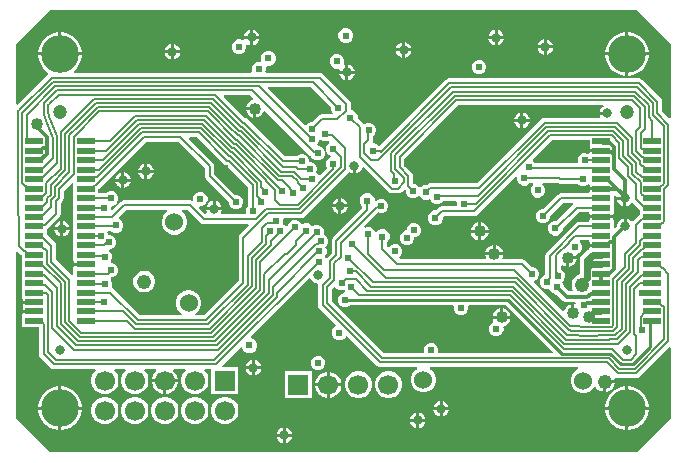
<source format=gbr>
G04*
G04 #@! TF.GenerationSoftware,Altium Limited,Altium Designer,24.0.1 (36)*
G04*
G04 Layer_Physical_Order=4*
G04 Layer_Color=16711680*
%FSLAX25Y25*%
%MOIN*%
G70*
G04*
G04 #@! TF.SameCoordinates,BD3E70BB-0697-4B71-9AF7-6C14A59E7EE9*
G04*
G04*
G04 #@! TF.FilePolarity,Positive*
G04*
G01*
G75*
%ADD11C,0.01000*%
%ADD15C,0.00600*%
%ADD82C,0.00800*%
%ADD85C,0.01200*%
%ADD86C,0.02000*%
%ADD87C,0.02400*%
%ADD89C,0.12598*%
%ADD90C,0.06693*%
%ADD91R,0.06693X0.06693*%
%ADD92C,0.03200*%
%ADD93C,0.02400*%
%ADD94C,0.04000*%
%ADD95C,0.04800*%
%ADD96C,0.06000*%
%ADD97C,0.04724*%
%ADD98C,0.03150*%
%ADD113R,0.05906X0.01968*%
G36*
X219268Y137296D02*
Y112547D01*
X218806Y112355D01*
X216431Y114730D01*
Y118014D01*
X216431Y118014D01*
X216307Y118639D01*
X215953Y119168D01*
X209839Y125283D01*
X209310Y125636D01*
X208685Y125760D01*
X145527D01*
X144902Y125636D01*
X144373Y125283D01*
X122225Y103135D01*
X121916D01*
X121331Y103720D01*
X120449Y104085D01*
X120298D01*
X120036Y104585D01*
X120143Y105123D01*
Y106676D01*
X120621Y107154D01*
X120986Y108036D01*
Y108991D01*
X120621Y109873D01*
X119946Y110548D01*
X119064Y110914D01*
X118109D01*
X117227Y110548D01*
X117207Y110529D01*
X116954Y110554D01*
X114927Y112580D01*
Y113150D01*
X114562Y114032D01*
X113886Y114708D01*
X113004Y115073D01*
X112731D01*
Y117077D01*
X112607Y117701D01*
X112253Y118230D01*
X103331Y127154D01*
X102801Y127507D01*
X102177Y127631D01*
X84522D01*
X84244Y128047D01*
X84400Y128423D01*
Y129377D01*
X84299Y129621D01*
X84682Y130004D01*
X84745Y129978D01*
X85700D01*
X86582Y130343D01*
X87257Y131018D01*
X87622Y131900D01*
Y132855D01*
X87257Y133737D01*
X86582Y134412D01*
X85700Y134778D01*
X84745D01*
X83863Y134412D01*
X83188Y133737D01*
X82822Y132855D01*
Y131900D01*
X82923Y131657D01*
X82541Y131274D01*
X82477Y131300D01*
X81523D01*
X80641Y130935D01*
X79965Y130260D01*
X79600Y129377D01*
Y128423D01*
X79756Y128047D01*
X79478Y127631D01*
X20428D01*
X20283Y128110D01*
X20401Y128189D01*
X21418Y129205D01*
X22217Y130401D01*
X22767Y131729D01*
X23047Y133139D01*
Y133358D01*
X8449D01*
Y133139D01*
X8729Y131729D01*
X9280Y130401D01*
X10078Y129205D01*
X11095Y128189D01*
X11871Y127670D01*
Y127300D01*
X11806Y127113D01*
X1666Y116973D01*
X1204Y117165D01*
Y137296D01*
X12310Y148402D01*
X208163D01*
X219268Y137296D01*
D02*
G37*
G36*
X106100Y116093D02*
Y115523D01*
X106465Y114640D01*
X106910Y114196D01*
X106703Y113696D01*
X103065D01*
X102440Y113572D01*
X101911Y113218D01*
X99993Y111300D01*
X99423D01*
X98541Y110935D01*
X97865Y110259D01*
X97834Y110184D01*
X97344Y110086D01*
X85023Y122407D01*
X85215Y122869D01*
X99324D01*
X106100Y116093D01*
D02*
G37*
G36*
X192268Y102075D02*
X196221D01*
Y101075D01*
X192268D01*
Y100965D01*
X191865Y100615D01*
X191574Y100624D01*
X191149Y100800D01*
X190194D01*
X189312Y100435D01*
X188637Y99760D01*
X188272Y98877D01*
Y97923D01*
X188304Y97845D01*
X188026Y97429D01*
X174152D01*
X174143Y97451D01*
X173474Y98120D01*
X173379Y98223D01*
X173295Y98648D01*
X179724Y105077D01*
X192268D01*
Y102075D01*
D02*
G37*
G36*
X114400Y94057D02*
X114903Y94192D01*
X115496Y94534D01*
X115981Y95018D01*
X116323Y95611D01*
X116402Y95907D01*
X116960Y96056D01*
X125170Y87846D01*
X125699Y87493D01*
X126323Y87369D01*
X128477D01*
X129101Y87493D01*
X129630Y87846D01*
X130586Y88802D01*
X130746Y88787D01*
X131127Y88406D01*
Y87696D01*
X131492Y86814D01*
X132167Y86138D01*
X133050Y85773D01*
X134004D01*
X134886Y86138D01*
X135207Y86459D01*
X135665Y86368D01*
X136340Y85693D01*
X137223Y85327D01*
X138177D01*
X138983Y85661D01*
X139263Y84984D01*
X139938Y84309D01*
X140820Y83943D01*
X141775D01*
X142657Y84309D01*
X143317Y84969D01*
X147854D01*
X148131Y84553D01*
X148100Y84477D01*
Y83523D01*
X148131Y83447D01*
X147854Y83031D01*
X143000D01*
X142376Y82907D01*
X141847Y82553D01*
X140993Y81700D01*
X140436D01*
X139554Y81335D01*
X138879Y80660D01*
X138514Y79777D01*
Y78823D01*
X138879Y77941D01*
X139554Y77265D01*
X140436Y76900D01*
X141391D01*
X142273Y77265D01*
X142948Y77941D01*
X143314Y78823D01*
Y79407D01*
X143676Y79769D01*
X153740D01*
X154364Y79893D01*
X154893Y80247D01*
X167638Y92991D01*
X167711Y92973D01*
X168100Y92746D01*
Y91923D01*
X168465Y91040D01*
X169141Y90365D01*
X170023Y90000D01*
X170977D01*
X171860Y90365D01*
X172263Y90769D01*
X173267D01*
X173475Y90269D01*
X172965Y89759D01*
X172600Y88877D01*
Y87923D01*
X172965Y87041D01*
X173641Y86365D01*
X174523Y86000D01*
X175477D01*
X176359Y86365D01*
X177035Y87041D01*
X177400Y87923D01*
Y88877D01*
X177035Y89759D01*
X176525Y90269D01*
X176733Y90769D01*
X181712D01*
X181826Y90693D01*
X182450Y90569D01*
X188437D01*
X188840Y90165D01*
X189723Y89800D01*
X190677D01*
X191560Y90165D01*
X191768Y90374D01*
X192268Y90166D01*
Y89476D01*
X196221D01*
Y88476D01*
X192268D01*
Y88011D01*
X192068D01*
Y87458D01*
X182827D01*
X182202Y87334D01*
X181673Y86980D01*
X176893Y82200D01*
X176323D01*
X175441Y81835D01*
X174765Y81160D01*
X174400Y80277D01*
Y79323D01*
X174765Y78440D01*
X175441Y77765D01*
X176323Y77400D01*
X177277D01*
X178159Y77765D01*
X178835Y78440D01*
X179200Y79323D01*
Y79893D01*
X183502Y84195D01*
X186597D01*
X186788Y83695D01*
X181231Y78139D01*
X180384D01*
X179502Y77773D01*
X178827Y77098D01*
X178462Y76216D01*
Y75261D01*
X178827Y74379D01*
X179502Y73704D01*
X180384Y73339D01*
X181339D01*
X182221Y73704D01*
X182896Y74379D01*
X183262Y75261D01*
Y75554D01*
X188753Y81046D01*
X192068D01*
Y80493D01*
X192268D01*
Y80028D01*
X196221D01*
X200173D01*
Y80493D01*
X200373D01*
Y83643D01*
Y86639D01*
X200873Y86846D01*
X201459Y86261D01*
X201442Y86200D01*
X204000D01*
Y85700D01*
X204500D01*
Y83142D01*
X205004Y83277D01*
X205596Y83619D01*
X206081Y84104D01*
X206155Y84232D01*
X206743Y84251D01*
X206747Y84246D01*
X208885Y82108D01*
X209076Y81981D01*
Y80355D01*
X208690Y80097D01*
X206733Y78140D01*
X206363Y78111D01*
X206117Y78160D01*
X205696Y78580D01*
X205104Y78923D01*
X204600Y79058D01*
Y76500D01*
X203600D01*
Y79058D01*
X203096Y78923D01*
X202504Y78580D01*
X202020Y78096D01*
X201677Y77504D01*
X201500Y76842D01*
Y76495D01*
X200835Y75831D01*
X200373Y76022D01*
Y78562D01*
X200173D01*
Y79028D01*
X196221D01*
X192268D01*
Y78562D01*
X192068D01*
Y78009D01*
X188878D01*
X188254Y77885D01*
X187724Y77531D01*
X177937Y67744D01*
X177584Y67215D01*
X177460Y66591D01*
Y60195D01*
X176696Y59879D01*
X176021Y59204D01*
X175656Y58322D01*
Y57367D01*
X176021Y56485D01*
X176696Y55810D01*
X177578Y55444D01*
X178533D01*
X178606Y55475D01*
X179234Y55209D01*
X179433Y54729D01*
X180108Y54053D01*
X180990Y53688D01*
X181272D01*
X183381Y51579D01*
X183977Y51181D01*
X184679Y51042D01*
X187371D01*
X187731Y50542D01*
X187682Y50396D01*
X187600Y50365D01*
X187200Y50472D01*
Y47500D01*
X186200D01*
Y50472D01*
X185542Y50296D01*
X184858Y49901D01*
X184299Y49342D01*
X183904Y48658D01*
X183810Y48305D01*
X183252Y48155D01*
X173756Y57651D01*
X173873Y58241D01*
X174447Y58478D01*
X175122Y59153D01*
X175487Y60035D01*
Y60990D01*
X175122Y61872D01*
X174447Y62547D01*
X173565Y62913D01*
X172994D01*
X170954Y64954D01*
X170424Y65307D01*
X169800Y65431D01*
X163448D01*
X163198Y65864D01*
X163301Y66042D01*
X163477Y66700D01*
X157533D01*
X157710Y66042D01*
X157812Y65864D01*
X157562Y65431D01*
X129167D01*
X129030Y65595D01*
X128859Y66065D01*
X129535Y66741D01*
X129900Y67623D01*
Y68577D01*
X129535Y69459D01*
X128859Y70135D01*
X127977Y70500D01*
X127023D01*
X126140Y70135D01*
X125465Y69459D01*
X124995Y69630D01*
X124831Y69767D01*
Y71237D01*
X125235Y71640D01*
X125600Y72523D01*
Y73477D01*
X125235Y74360D01*
X124559Y75035D01*
X123677Y75400D01*
X122723D01*
X121841Y75035D01*
X121336Y74531D01*
X120778Y74600D01*
X120762Y74610D01*
X120535Y75160D01*
X119860Y75835D01*
X118977Y76200D01*
X118023D01*
X117383Y75935D01*
X117100Y76359D01*
X121770Y81029D01*
X122323Y80800D01*
X123277D01*
X124160Y81165D01*
X124835Y81840D01*
X125200Y82723D01*
Y83677D01*
X124835Y84560D01*
X124160Y85235D01*
X123277Y85600D01*
X122323D01*
X121440Y85235D01*
X121100Y84894D01*
X120600Y85101D01*
Y85477D01*
X120235Y86360D01*
X119560Y87035D01*
X118677Y87400D01*
X117723D01*
X116841Y87035D01*
X116165Y86360D01*
X115800Y85477D01*
Y84523D01*
X116165Y83640D01*
X116569Y83237D01*
Y82422D01*
X106746Y72600D01*
X106393Y72070D01*
X106269Y71446D01*
Y67579D01*
X104638Y65948D01*
X104148Y66003D01*
X103962Y66430D01*
X104227Y66695D01*
X104592Y67577D01*
Y68532D01*
X104227Y69414D01*
X104218Y69423D01*
X104835Y70041D01*
X105200Y70923D01*
Y71877D01*
X104835Y72759D01*
X104159Y73435D01*
X103524Y73698D01*
X103700Y74123D01*
Y75077D01*
X103335Y75959D01*
X102659Y76635D01*
X101777Y77000D01*
X100823D01*
X99941Y76635D01*
X99750Y76444D01*
X99159Y77035D01*
X98277Y77400D01*
X97323D01*
X96706Y77145D01*
X96087Y77334D01*
X96035Y77460D01*
X95359Y78135D01*
X94477Y78500D01*
X93523D01*
X92641Y78135D01*
X91965Y77460D01*
X91600Y76577D01*
Y76547D01*
X91550Y76516D01*
X91100Y76394D01*
X90521Y76973D01*
X89986Y77195D01*
X90200Y77711D01*
Y78666D01*
X90169Y78741D01*
X90447Y79157D01*
X96106D01*
X96730Y79281D01*
X97259Y79635D01*
X112054Y94429D01*
X112111Y94515D01*
X112303Y94534D01*
X112896Y94192D01*
X113400Y94057D01*
Y96615D01*
X114400D01*
Y94057D01*
D02*
G37*
G36*
X80118Y119075D02*
X79968Y118517D01*
X79570Y118411D01*
X78886Y118016D01*
X78328Y117457D01*
X77933Y116773D01*
X77756Y116115D01*
X80728D01*
Y115615D01*
X81228D01*
Y112643D01*
X81886Y112820D01*
X82570Y113215D01*
X83129Y113773D01*
X83524Y114457D01*
X83631Y114855D01*
X84188Y115005D01*
X99240Y99953D01*
X99397Y99848D01*
X99565Y99440D01*
X100241Y98765D01*
X101123Y98400D01*
X102077D01*
X102960Y98765D01*
X103635Y99440D01*
X104000Y100323D01*
Y101277D01*
X103635Y102160D01*
X102960Y102835D01*
X102077Y103200D01*
X101601D01*
X101394Y103700D01*
X101773Y104079D01*
X102138Y104961D01*
Y105060D01*
X102638Y105267D01*
X102840Y105065D01*
X103723Y104700D01*
X104677D01*
X105440Y105016D01*
X105580Y104934D01*
X105552Y104407D01*
X105519Y104367D01*
X105440Y104335D01*
X104765Y103659D01*
X104400Y102777D01*
Y101823D01*
X104765Y100941D01*
X105440Y100265D01*
X106083Y99999D01*
Y99458D01*
X105471Y99204D01*
X104796Y98529D01*
X104430Y97647D01*
Y96693D01*
X104796Y95810D01*
X104828Y95778D01*
X102446Y93396D01*
X101956Y93494D01*
X101925Y93569D01*
X101250Y94244D01*
X101172Y94277D01*
X101487Y95036D01*
Y95991D01*
X101121Y96873D01*
X100446Y97548D01*
X99564Y97913D01*
X98800D01*
Y98577D01*
X98435Y99459D01*
X97759Y100135D01*
X96877Y100500D01*
X95923D01*
X95041Y100135D01*
X94637Y99731D01*
X90634D01*
X78311Y112055D01*
X77781Y112408D01*
X77429Y112478D01*
X70300Y119607D01*
X70492Y120069D01*
X79124D01*
X80118Y119075D01*
D02*
G37*
G36*
X196980Y116398D02*
X196604Y116181D01*
X196119Y115696D01*
X195777Y115104D01*
X195642Y114600D01*
X198200D01*
Y113600D01*
X195642D01*
X195777Y113096D01*
X195848Y112973D01*
X195598Y112540D01*
X177309D01*
X176684Y112416D01*
X176155Y112062D01*
X154824Y90731D01*
X139073D01*
X138448Y90607D01*
X137919Y90254D01*
X137793Y90127D01*
X137223D01*
X136340Y89762D01*
X136020Y89441D01*
X135562Y89533D01*
X134886Y90208D01*
X134004Y90573D01*
X133574D01*
X133531Y90616D01*
Y93064D01*
X133407Y93689D01*
X133054Y94218D01*
X130561Y96710D01*
Y98937D01*
X148522Y116898D01*
X196846D01*
X196980Y116398D01*
D02*
G37*
G36*
X70326Y97148D02*
X70856Y96794D01*
X71208Y96724D01*
X78463Y89469D01*
Y83157D01*
X78072Y82765D01*
X77706Y81883D01*
Y80928D01*
X77737Y80853D01*
X77460Y80437D01*
X69592D01*
X69315Y80937D01*
X69523Y81296D01*
X69658Y81800D01*
X64542D01*
X64677Y81296D01*
X64736Y81195D01*
X64467Y80675D01*
X64166Y80641D01*
X62207Y82600D01*
X62414Y83100D01*
X62999D01*
X63881Y83465D01*
X64556Y84140D01*
X64921Y85023D01*
Y85977D01*
X64556Y86860D01*
X63881Y87535D01*
X62999Y87900D01*
X62044D01*
X61162Y87535D01*
X60487Y86860D01*
X60121Y85977D01*
Y85243D01*
X59929Y85080D01*
X59669Y84922D01*
X59659Y84920D01*
X59100Y85031D01*
X37100D01*
X36476Y84907D01*
X35947Y84553D01*
X33162Y81769D01*
X32956Y81837D01*
X32700Y82014D01*
Y82877D01*
X32697Y82884D01*
X32975Y83300D01*
X33277D01*
X34159Y83665D01*
X34835Y84341D01*
X35200Y85223D01*
Y86177D01*
X34835Y87059D01*
X34159Y87735D01*
X33277Y88100D01*
X32323D01*
X31440Y87735D01*
X31101Y87395D01*
X28405D01*
Y88743D01*
X28773Y88988D01*
X44453Y104669D01*
X55117D01*
X63959Y95827D01*
Y93334D01*
X64083Y92710D01*
X64437Y92181D01*
X71930Y84688D01*
Y84118D01*
X72295Y83236D01*
X72970Y82561D01*
X73852Y82195D01*
X74807D01*
X75689Y82561D01*
X76364Y83236D01*
X76730Y84118D01*
Y85073D01*
X76364Y85955D01*
X75689Y86630D01*
X74807Y86995D01*
X74237D01*
X67222Y94010D01*
Y96502D01*
X67098Y97127D01*
X66744Y97656D01*
X58793Y105607D01*
X58985Y106069D01*
X61405D01*
X70326Y97148D01*
D02*
G37*
G36*
X62541Y77652D02*
X63070Y77298D01*
X63694Y77174D01*
X78571D01*
X78763Y76712D01*
X75747Y73696D01*
X75393Y73167D01*
X75269Y72543D01*
Y58237D01*
X63806Y46775D01*
X60856D01*
X60722Y47275D01*
X61179Y47539D01*
X61961Y48321D01*
X62514Y49279D01*
X62800Y50347D01*
Y51453D01*
X62514Y52521D01*
X61961Y53479D01*
X61179Y54261D01*
X60221Y54814D01*
X59153Y55100D01*
X58047D01*
X56979Y54814D01*
X56021Y54261D01*
X55239Y53479D01*
X54686Y52521D01*
X54400Y51453D01*
Y50347D01*
X54686Y49279D01*
X55239Y48321D01*
X56021Y47539D01*
X56478Y47275D01*
X56344Y46775D01*
X42432D01*
X33723Y55484D01*
X33194Y55838D01*
X32988Y56222D01*
X33197Y56725D01*
Y57680D01*
X32831Y58562D01*
X32688Y58705D01*
X32755Y59346D01*
X32819Y59389D01*
X33089D01*
X33971Y59754D01*
X34646Y60429D01*
X35012Y61311D01*
Y62266D01*
X34646Y63148D01*
X33971Y63823D01*
X33089Y64188D01*
X32815D01*
X32623Y64650D01*
X32831Y64859D01*
X33197Y65741D01*
Y66695D01*
X32831Y67578D01*
X32210Y68199D01*
X32248Y68451D01*
X32363Y68699D01*
X32478D01*
X33360Y69064D01*
X34036Y69740D01*
X34401Y70622D01*
Y71576D01*
X34036Y72459D01*
X33360Y73134D01*
X32478Y73499D01*
X31750D01*
Y73706D01*
X31460Y74408D01*
X31718Y74908D01*
X32898D01*
X33141Y74665D01*
X34023Y74300D01*
X34977D01*
X35860Y74665D01*
X36535Y75340D01*
X36900Y76223D01*
Y77177D01*
X36535Y78060D01*
X35860Y78735D01*
X35485Y78890D01*
X35387Y79380D01*
X37776Y81769D01*
X51374D01*
X51508Y81269D01*
X51321Y81161D01*
X50539Y80379D01*
X49986Y79421D01*
X49700Y78353D01*
Y77247D01*
X49986Y76179D01*
X50539Y75221D01*
X51321Y74439D01*
X52279Y73886D01*
X53347Y73600D01*
X54453D01*
X55521Y73886D01*
X56479Y74439D01*
X57261Y75221D01*
X57814Y76179D01*
X58100Y77247D01*
Y78353D01*
X57814Y79421D01*
X57261Y80379D01*
X56479Y81161D01*
X56292Y81269D01*
X56426Y81769D01*
X58424D01*
X62541Y77652D01*
D02*
G37*
G36*
X192068Y71044D02*
X192268D01*
Y70579D01*
X196221D01*
Y69579D01*
X192268D01*
Y69113D01*
X192068D01*
Y68973D01*
X191599Y68659D01*
X189737Y66798D01*
X189207Y66004D01*
X189021Y65068D01*
Y60377D01*
X188478Y60231D01*
X187657Y59758D01*
X186987Y59087D01*
X186513Y58266D01*
X186268Y57351D01*
Y56403D01*
X186513Y55487D01*
X186711Y55145D01*
X186461Y54712D01*
X185439D01*
X183868Y56284D01*
Y56566D01*
X183502Y57448D01*
X183059Y57891D01*
X183726Y58558D01*
X184091Y59440D01*
Y60395D01*
X183726Y61277D01*
X183050Y61952D01*
X182768Y62069D01*
Y63244D01*
X183268Y63443D01*
X183826Y63121D01*
X184483Y62945D01*
Y65917D01*
X184983D01*
Y66417D01*
X187955D01*
X187797Y67008D01*
X188678Y67373D01*
X189353Y68048D01*
X189718Y68930D01*
Y69885D01*
X189353Y70767D01*
X188921Y71199D01*
X189128Y71699D01*
X192068D01*
Y71044D01*
D02*
G37*
G36*
X20099Y90739D02*
Y86792D01*
Y83643D01*
Y80493D01*
Y77343D01*
Y74194D01*
Y71044D01*
Y67895D01*
Y64745D01*
X20299D01*
Y64280D01*
X24252D01*
Y63280D01*
X20299D01*
Y62814D01*
X20099D01*
Y60315D01*
X19599Y60108D01*
X14531Y65176D01*
Y69900D01*
X14407Y70524D01*
X14053Y71053D01*
X11397Y73710D01*
Y75451D01*
X11882Y75775D01*
X15453Y79347D01*
X15807Y79876D01*
X15931Y80500D01*
Y84066D01*
X16550Y84685D01*
X16904Y85214D01*
X17028Y85838D01*
Y88321D01*
X19637Y90930D01*
X20099Y90739D01*
D02*
G37*
G36*
X107565Y56240D02*
X108240Y55565D01*
X109123Y55200D01*
X110077D01*
X110506Y55378D01*
X110729Y54840D01*
X110734Y54835D01*
X110527Y54335D01*
X110258D01*
X109376Y53970D01*
X108701Y53295D01*
X108335Y52412D01*
Y51458D01*
X108701Y50576D01*
X109376Y49900D01*
X110258Y49535D01*
X111213D01*
X112095Y49900D01*
X112461Y50267D01*
X146853D01*
X147131Y49851D01*
X147100Y49777D01*
Y48823D01*
X147465Y47940D01*
X148141Y47265D01*
X149023Y46900D01*
X149977D01*
X150859Y47265D01*
X151535Y47940D01*
X151900Y48823D01*
Y49777D01*
X151869Y49851D01*
X152147Y50267D01*
X164361D01*
X180102Y34526D01*
X179910Y34064D01*
X142119D01*
X141841Y34480D01*
X141900Y34623D01*
Y35577D01*
X141535Y36459D01*
X140859Y37135D01*
X139977Y37500D01*
X139023D01*
X138140Y37135D01*
X137465Y36459D01*
X137100Y35577D01*
Y34623D01*
X137159Y34480D01*
X136881Y34064D01*
X123800D01*
X106331Y51533D01*
Y55567D01*
X107097Y56334D01*
X107565Y56240D01*
D02*
G37*
G36*
X2724Y66941D02*
X3091Y66695D01*
Y61595D01*
Y58446D01*
Y55296D01*
Y52147D01*
X3291D01*
Y51681D01*
X7244D01*
Y50681D01*
X3291D01*
Y49197D01*
Y48531D01*
X7244D01*
Y47532D01*
X3291D01*
Y47066D01*
X3091D01*
Y42698D01*
X8769D01*
Y33918D01*
X8893Y33293D01*
X9246Y32764D01*
X12700Y29311D01*
X13229Y28957D01*
X13853Y28833D01*
X27396D01*
X27604Y28333D01*
X27062Y27792D01*
X26463Y26755D01*
X26154Y25599D01*
Y24401D01*
X26463Y23245D01*
X27062Y22208D01*
X27908Y21362D01*
X28945Y20763D01*
X30101Y20454D01*
X31299D01*
X32455Y20763D01*
X33492Y21362D01*
X34338Y22208D01*
X34937Y23245D01*
X35246Y24401D01*
Y25599D01*
X34937Y26755D01*
X34338Y27792D01*
X33796Y28333D01*
X34004Y28833D01*
X37396D01*
X37604Y28333D01*
X37062Y27792D01*
X36463Y26755D01*
X36154Y25599D01*
Y24401D01*
X36463Y23245D01*
X37062Y22208D01*
X37908Y21362D01*
X38945Y20763D01*
X40101Y20454D01*
X41299D01*
X42455Y20763D01*
X43492Y21362D01*
X44338Y22208D01*
X44937Y23245D01*
X45246Y24401D01*
Y25599D01*
X44937Y26755D01*
X44338Y27792D01*
X43796Y28333D01*
X44004Y28833D01*
X47682D01*
X47886Y28333D01*
X47222Y27669D01*
X46650Y26678D01*
X46354Y25572D01*
Y25500D01*
X50700D01*
X55046D01*
Y25572D01*
X54750Y26678D01*
X54178Y27669D01*
X53514Y28333D01*
X53718Y28833D01*
X57397D01*
X57604Y28333D01*
X57062Y27792D01*
X56463Y26755D01*
X56154Y25599D01*
Y24401D01*
X56463Y23245D01*
X57062Y22208D01*
X57908Y21362D01*
X58945Y20763D01*
X60101Y20454D01*
X61299D01*
X62455Y20763D01*
X63492Y21362D01*
X64338Y22208D01*
X64937Y23245D01*
X65246Y24401D01*
Y25599D01*
X64937Y26755D01*
X64338Y27792D01*
X63796Y28333D01*
X64003Y28833D01*
X66154D01*
Y20454D01*
X75247D01*
Y29546D01*
X69907D01*
X69715Y30008D01*
X76038Y36331D01*
X76540Y36126D01*
X76865Y35340D01*
X77540Y34665D01*
X78423Y34300D01*
X79377D01*
X80260Y34665D01*
X80935Y35340D01*
X81300Y36223D01*
Y37177D01*
X80935Y38059D01*
X80260Y38735D01*
X79474Y39060D01*
X79269Y39562D01*
X98827Y59120D01*
X99368Y58954D01*
X99641Y58482D01*
X100125Y57998D01*
X100718Y57656D01*
X101379Y57479D01*
X101700Y56979D01*
X101669Y56823D01*
Y50277D01*
X101793Y49653D01*
X102146Y49123D01*
X107714Y43556D01*
X107616Y43066D01*
X107541Y43035D01*
X106865Y42360D01*
X106500Y41477D01*
Y40523D01*
X106865Y39641D01*
X107541Y38965D01*
X108423Y38600D01*
X109377D01*
X110259Y38965D01*
X110935Y39641D01*
X110966Y39716D01*
X111456Y39814D01*
X121390Y29880D01*
X121920Y29526D01*
X122544Y29402D01*
X134615D01*
X134749Y28902D01*
X134315Y28651D01*
X133533Y27869D01*
X132980Y26911D01*
X132694Y25843D01*
Y24737D01*
X132980Y23669D01*
X133533Y22711D01*
X134315Y21929D01*
X135273Y21376D01*
X136341Y21090D01*
X137447D01*
X138515Y21376D01*
X139473Y21929D01*
X140255Y22711D01*
X140808Y23669D01*
X141094Y24737D01*
Y25843D01*
X140808Y26911D01*
X140255Y27869D01*
X139473Y28651D01*
X139039Y28902D01*
X139173Y29402D01*
X188468D01*
X188579Y28914D01*
X187621Y28361D01*
X186839Y27579D01*
X186286Y26621D01*
X186000Y25553D01*
Y24447D01*
X186286Y23379D01*
X186839Y22421D01*
X187621Y21639D01*
X188579Y21086D01*
X189647Y20800D01*
X190753D01*
X191821Y21086D01*
X192779Y21639D01*
X193561Y22421D01*
X193808Y22849D01*
X194385D01*
X194579Y22512D01*
X195212Y21879D01*
X195988Y21432D01*
X196800Y21214D01*
Y24600D01*
X197300D01*
Y25100D01*
X200686D01*
X200542Y25637D01*
X200963Y25957D01*
X201587Y25833D01*
X207865D01*
X208489Y25957D01*
X209018Y26311D01*
X218806Y36099D01*
X219268Y35908D01*
Y12310D01*
X208163Y1204D01*
X12310D01*
X1204Y12310D01*
Y67807D01*
X1666Y67998D01*
X2724Y66941D01*
D02*
G37*
%LPC*%
G36*
X80100Y141958D02*
Y139900D01*
X82158D01*
X82023Y140404D01*
X81681Y140996D01*
X81196Y141481D01*
X80604Y141823D01*
X80100Y141958D01*
D02*
G37*
G36*
X79100D02*
X78596Y141823D01*
X78004Y141481D01*
X77520Y140996D01*
X77177Y140404D01*
X77042Y139900D01*
X79100D01*
Y141958D01*
D02*
G37*
G36*
X161600Y141858D02*
Y139800D01*
X163658D01*
X163523Y140304D01*
X163180Y140896D01*
X162696Y141381D01*
X162104Y141723D01*
X161600Y141858D01*
D02*
G37*
G36*
X160600D02*
X160096Y141723D01*
X159504Y141381D01*
X159019Y140896D01*
X158677Y140304D01*
X158542Y139800D01*
X160600D01*
Y141858D01*
D02*
G37*
G36*
X79100Y138900D02*
X77042D01*
X77097Y138695D01*
X76952Y138540D01*
X76666Y138373D01*
X75877Y138700D01*
X74923D01*
X74041Y138335D01*
X73365Y137660D01*
X73000Y136777D01*
Y135823D01*
X73365Y134941D01*
X74041Y134265D01*
X74923Y133900D01*
X75877D01*
X76759Y134265D01*
X77435Y134941D01*
X77800Y135823D01*
Y136777D01*
X77755Y136885D01*
X78152Y137234D01*
X78596Y136977D01*
X79100Y136842D01*
Y138900D01*
D02*
G37*
G36*
X111434Y142400D02*
X110479D01*
X109597Y142035D01*
X108922Y141359D01*
X108557Y140477D01*
Y139523D01*
X108922Y138640D01*
X109597Y137965D01*
X110479Y137600D01*
X111434D01*
X112316Y137965D01*
X112991Y138640D01*
X113357Y139523D01*
Y140477D01*
X112991Y141359D01*
X112316Y142035D01*
X111434Y142400D01*
D02*
G37*
G36*
X82158Y138900D02*
X80100D01*
Y136842D01*
X80604Y136977D01*
X81196Y137320D01*
X81681Y137804D01*
X82023Y138396D01*
X82158Y138900D01*
D02*
G37*
G36*
X163658Y138800D02*
X161600D01*
Y136742D01*
X162104Y136877D01*
X162696Y137220D01*
X163180Y137704D01*
X163523Y138296D01*
X163658Y138800D01*
D02*
G37*
G36*
X160600D02*
X158542D01*
X158677Y138296D01*
X159019Y137704D01*
X159504Y137220D01*
X160096Y136877D01*
X160600Y136742D01*
Y138800D01*
D02*
G37*
G36*
X178000Y138758D02*
Y136700D01*
X180058D01*
X179923Y137204D01*
X179580Y137796D01*
X179096Y138280D01*
X178504Y138623D01*
X178000Y138758D01*
D02*
G37*
G36*
X177000D02*
X176496Y138623D01*
X175904Y138280D01*
X175419Y137796D01*
X175077Y137204D01*
X174942Y136700D01*
X177000D01*
Y138758D01*
D02*
G37*
G36*
X130800Y137758D02*
Y135700D01*
X132858D01*
X132723Y136204D01*
X132380Y136796D01*
X131896Y137280D01*
X131304Y137623D01*
X130800Y137758D01*
D02*
G37*
G36*
X129800D02*
X129296Y137623D01*
X128704Y137280D01*
X128219Y136796D01*
X127877Y136204D01*
X127742Y135700D01*
X129800D01*
Y137758D01*
D02*
G37*
G36*
X53700Y137158D02*
Y135100D01*
X55758D01*
X55623Y135604D01*
X55281Y136196D01*
X54796Y136680D01*
X54204Y137023D01*
X53700Y137158D01*
D02*
G37*
G36*
X52700D02*
X52196Y137023D01*
X51604Y136680D01*
X51120Y136196D01*
X50777Y135604D01*
X50642Y135100D01*
X52700D01*
Y137158D01*
D02*
G37*
G36*
X205443Y141157D02*
X205224D01*
Y134358D01*
X212024D01*
Y134577D01*
X211743Y135987D01*
X211193Y137316D01*
X210394Y138511D01*
X209377Y139528D01*
X208182Y140327D01*
X206854Y140877D01*
X205443Y141157D01*
D02*
G37*
G36*
X204224D02*
X204006D01*
X202595Y140877D01*
X201267Y140327D01*
X200071Y139528D01*
X199055Y138511D01*
X198256Y137316D01*
X197706Y135987D01*
X197425Y134577D01*
Y134358D01*
X204224D01*
Y141157D01*
D02*
G37*
G36*
X16467D02*
X16248D01*
Y134358D01*
X23047D01*
Y134577D01*
X22767Y135987D01*
X22217Y137316D01*
X21418Y138511D01*
X20401Y139528D01*
X19206Y140327D01*
X17877Y140877D01*
X16467Y141157D01*
D02*
G37*
G36*
X15248D02*
X15029D01*
X13619Y140877D01*
X12291Y140327D01*
X11095Y139528D01*
X10078Y138511D01*
X9280Y137316D01*
X8729Y135987D01*
X8449Y134577D01*
Y134358D01*
X15248D01*
Y141157D01*
D02*
G37*
G36*
X180058Y135700D02*
X178000D01*
Y133642D01*
X178504Y133777D01*
X179096Y134119D01*
X179580Y134604D01*
X179923Y135196D01*
X180058Y135700D01*
D02*
G37*
G36*
X177000D02*
X174942D01*
X175077Y135196D01*
X175419Y134604D01*
X175904Y134119D01*
X176496Y133777D01*
X177000Y133642D01*
Y135700D01*
D02*
G37*
G36*
X132858Y134700D02*
X130800D01*
Y132642D01*
X131304Y132777D01*
X131896Y133119D01*
X132380Y133604D01*
X132723Y134196D01*
X132858Y134700D01*
D02*
G37*
G36*
X129800D02*
X127742D01*
X127877Y134196D01*
X128219Y133604D01*
X128704Y133119D01*
X129296Y132777D01*
X129800Y132642D01*
Y134700D01*
D02*
G37*
G36*
X55758Y134100D02*
X53700D01*
Y132042D01*
X54204Y132177D01*
X54796Y132519D01*
X55281Y133004D01*
X55623Y133596D01*
X55758Y134100D01*
D02*
G37*
G36*
X52700D02*
X50642D01*
X50777Y133596D01*
X51120Y133004D01*
X51604Y132519D01*
X52196Y132177D01*
X52700Y132042D01*
Y134100D01*
D02*
G37*
G36*
X111900Y130258D02*
Y128200D01*
X113958D01*
X113823Y128704D01*
X113480Y129296D01*
X112996Y129780D01*
X112404Y130123D01*
X111900Y130258D01*
D02*
G37*
G36*
X108477Y133800D02*
X107523D01*
X106641Y133435D01*
X105965Y132759D01*
X105600Y131877D01*
Y130923D01*
X105965Y130041D01*
X106641Y129365D01*
X107523Y129000D01*
X108477D01*
X108600Y129051D01*
X108881Y128792D01*
X108966Y128661D01*
X108842Y128200D01*
X110900D01*
Y130258D01*
X110637Y130187D01*
X110269Y130606D01*
X110400Y130923D01*
Y131877D01*
X110035Y132759D01*
X109360Y133435D01*
X108477Y133800D01*
D02*
G37*
G36*
X155977Y131900D02*
X155023D01*
X154140Y131535D01*
X153465Y130859D01*
X153100Y129977D01*
Y129023D01*
X153465Y128140D01*
X154140Y127465D01*
X155023Y127100D01*
X155977D01*
X156860Y127465D01*
X157535Y128140D01*
X157900Y129023D01*
Y129977D01*
X157535Y130859D01*
X156860Y131535D01*
X155977Y131900D01*
D02*
G37*
G36*
X212024Y133358D02*
X205224D01*
Y126559D01*
X205443D01*
X206854Y126840D01*
X208182Y127390D01*
X209377Y128189D01*
X210394Y129205D01*
X211193Y130401D01*
X211743Y131729D01*
X212024Y133139D01*
Y133358D01*
D02*
G37*
G36*
X204224D02*
X197425D01*
Y133139D01*
X197706Y131729D01*
X198256Y130401D01*
X199055Y129205D01*
X200071Y128189D01*
X201267Y127390D01*
X202595Y126840D01*
X204006Y126559D01*
X204224D01*
Y133358D01*
D02*
G37*
G36*
X113958Y127200D02*
X111900D01*
Y125142D01*
X112404Y125277D01*
X112996Y125619D01*
X113480Y126104D01*
X113823Y126696D01*
X113958Y127200D01*
D02*
G37*
G36*
X110900D02*
X108842D01*
X108977Y126696D01*
X109319Y126104D01*
X109804Y125619D01*
X110396Y125277D01*
X110900Y125142D01*
Y127200D01*
D02*
G37*
G36*
X109542Y85758D02*
Y83700D01*
X111600D01*
X111465Y84204D01*
X111123Y84796D01*
X110639Y85281D01*
X110046Y85623D01*
X109542Y85758D01*
D02*
G37*
G36*
X108542D02*
X108039Y85623D01*
X107446Y85281D01*
X106962Y84796D01*
X106619Y84204D01*
X106484Y83700D01*
X108542D01*
Y85758D01*
D02*
G37*
G36*
X203500Y85200D02*
X201442D01*
X201577Y84696D01*
X201920Y84104D01*
X202404Y83619D01*
X202996Y83277D01*
X203500Y83142D01*
Y85200D01*
D02*
G37*
G36*
X111600Y82700D02*
X109542D01*
Y80642D01*
X110046Y80777D01*
X110639Y81120D01*
X111123Y81604D01*
X111465Y82196D01*
X111600Y82700D01*
D02*
G37*
G36*
X108542D02*
X106484D01*
X106619Y82196D01*
X106962Y81604D01*
X107446Y81120D01*
X108039Y80777D01*
X108542Y80642D01*
Y82700D01*
D02*
G37*
G36*
X156200Y77744D02*
Y75272D01*
X158672D01*
X158496Y75930D01*
X158101Y76614D01*
X157542Y77172D01*
X156858Y77567D01*
X156200Y77744D01*
D02*
G37*
G36*
X155200D02*
X154542Y77567D01*
X153858Y77172D01*
X153299Y76614D01*
X152904Y75930D01*
X152728Y75272D01*
X155200D01*
Y77744D01*
D02*
G37*
G36*
X158672Y74272D02*
X156200D01*
Y71800D01*
X156858Y71976D01*
X157542Y72371D01*
X158101Y72930D01*
X158496Y73614D01*
X158672Y74272D01*
D02*
G37*
G36*
X155200D02*
X152728D01*
X152904Y73614D01*
X153299Y72930D01*
X153858Y72371D01*
X154542Y71976D01*
X155200Y71800D01*
Y74272D01*
D02*
G37*
G36*
X134180Y77560D02*
X133226D01*
X132343Y77194D01*
X131668Y76519D01*
X131303Y75637D01*
Y75045D01*
X130938D01*
X130056Y74679D01*
X129381Y74004D01*
X129015Y73122D01*
Y72167D01*
X129381Y71285D01*
X130056Y70610D01*
X130938Y70245D01*
X131893D01*
X132775Y70610D01*
X133450Y71285D01*
X133815Y72167D01*
Y72760D01*
X134180D01*
X135062Y73125D01*
X135738Y73800D01*
X136103Y74682D01*
Y75637D01*
X135738Y76519D01*
X135062Y77194D01*
X134180Y77560D01*
D02*
G37*
G36*
X161005Y70172D02*
Y67700D01*
X163477D01*
X163301Y68358D01*
X162906Y69042D01*
X162347Y69601D01*
X161663Y69996D01*
X161005Y70172D01*
D02*
G37*
G36*
X160005D02*
X159347Y69996D01*
X158663Y69601D01*
X158104Y69042D01*
X157710Y68358D01*
X157533Y67700D01*
X160005D01*
Y70172D01*
D02*
G37*
G36*
X80228Y115115D02*
X77756D01*
X77933Y114457D01*
X78328Y113773D01*
X78886Y113215D01*
X79570Y112820D01*
X80228Y112643D01*
Y115115D01*
D02*
G37*
G36*
X170200Y114258D02*
Y112200D01*
X172258D01*
X172123Y112704D01*
X171781Y113296D01*
X171296Y113780D01*
X170704Y114123D01*
X170200Y114258D01*
D02*
G37*
G36*
X169200D02*
X168696Y114123D01*
X168104Y113780D01*
X167620Y113296D01*
X167277Y112704D01*
X167142Y112200D01*
X169200D01*
Y114258D01*
D02*
G37*
G36*
X172258Y111200D02*
X170200D01*
Y109142D01*
X170704Y109277D01*
X171296Y109619D01*
X171781Y110104D01*
X172123Y110696D01*
X172258Y111200D01*
D02*
G37*
G36*
X169200D02*
X167142D01*
X167277Y110696D01*
X167620Y110104D01*
X168104Y109619D01*
X168696Y109277D01*
X169200Y109142D01*
Y111200D01*
D02*
G37*
G36*
X44900Y97258D02*
Y95200D01*
X46958D01*
X46823Y95704D01*
X46481Y96296D01*
X45996Y96781D01*
X45404Y97123D01*
X44900Y97258D01*
D02*
G37*
G36*
X43900D02*
X43396Y97123D01*
X42804Y96781D01*
X42320Y96296D01*
X41977Y95704D01*
X41842Y95200D01*
X43900D01*
Y97258D01*
D02*
G37*
G36*
X37200Y94358D02*
Y92300D01*
X39258D01*
X39123Y92804D01*
X38781Y93396D01*
X38296Y93880D01*
X37704Y94223D01*
X37200Y94358D01*
D02*
G37*
G36*
X36200D02*
X35696Y94223D01*
X35104Y93880D01*
X34620Y93396D01*
X34277Y92804D01*
X34142Y92300D01*
X36200D01*
Y94358D01*
D02*
G37*
G36*
X46958Y94200D02*
X44900D01*
Y92142D01*
X45404Y92277D01*
X45996Y92620D01*
X46481Y93104D01*
X46823Y93696D01*
X46958Y94200D01*
D02*
G37*
G36*
X43900D02*
X41842D01*
X41977Y93696D01*
X42320Y93104D01*
X42804Y92620D01*
X43396Y92277D01*
X43900Y92142D01*
Y94200D01*
D02*
G37*
G36*
X39258Y91300D02*
X37200D01*
Y89242D01*
X37704Y89377D01*
X38296Y89719D01*
X38781Y90204D01*
X39123Y90796D01*
X39258Y91300D01*
D02*
G37*
G36*
X36200D02*
X34142D01*
X34277Y90796D01*
X34620Y90204D01*
X35104Y89719D01*
X35696Y89377D01*
X36200Y89242D01*
Y91300D01*
D02*
G37*
G36*
X67600Y84858D02*
Y82800D01*
X69658D01*
X69523Y83304D01*
X69181Y83896D01*
X68696Y84381D01*
X68104Y84723D01*
X67600Y84858D01*
D02*
G37*
G36*
X66600D02*
X66096Y84723D01*
X65504Y84381D01*
X65020Y83896D01*
X64677Y83304D01*
X64542Y82800D01*
X66600D01*
Y84858D01*
D02*
G37*
G36*
X44274Y61600D02*
X43326D01*
X42410Y61355D01*
X41590Y60881D01*
X40919Y60211D01*
X40445Y59390D01*
X40200Y58474D01*
Y57526D01*
X40445Y56611D01*
X40919Y55790D01*
X41590Y55119D01*
X42410Y54645D01*
X43326Y54400D01*
X44274D01*
X45190Y54645D01*
X46010Y55119D01*
X46681Y55790D01*
X47155Y56611D01*
X47400Y57526D01*
Y58474D01*
X47155Y59390D01*
X46681Y60211D01*
X46010Y60881D01*
X45190Y61355D01*
X44274Y61600D01*
D02*
G37*
G36*
X187955Y65417D02*
X185483D01*
Y62945D01*
X186141Y63121D01*
X186826Y63516D01*
X187384Y64074D01*
X187779Y64759D01*
X187955Y65417D01*
D02*
G37*
G36*
X16900Y78158D02*
Y76100D01*
X18958D01*
X18823Y76604D01*
X18481Y77196D01*
X17996Y77680D01*
X17404Y78023D01*
X16900Y78158D01*
D02*
G37*
G36*
X15900D02*
X15396Y78023D01*
X14804Y77680D01*
X14320Y77196D01*
X13977Y76604D01*
X13842Y76100D01*
X15900D01*
Y78158D01*
D02*
G37*
G36*
X18958Y75100D02*
X16900D01*
Y73042D01*
X17404Y73177D01*
X17996Y73519D01*
X18481Y74004D01*
X18823Y74596D01*
X18958Y75100D01*
D02*
G37*
G36*
X15900D02*
X13842D01*
X13977Y74596D01*
X14320Y74004D01*
X14804Y73519D01*
X15396Y73177D01*
X15900Y73042D01*
Y75100D01*
D02*
G37*
G36*
X163417Y49072D02*
Y46600D01*
X165888D01*
X165712Y47258D01*
X165317Y47942D01*
X164759Y48501D01*
X164075Y48896D01*
X163417Y49072D01*
D02*
G37*
G36*
X162417D02*
X161759Y48896D01*
X161074Y48501D01*
X160516Y47942D01*
X160121Y47258D01*
X159945Y46600D01*
X162417D01*
Y49072D01*
D02*
G37*
G36*
X165888Y45600D02*
X159945D01*
X160121Y44942D01*
X160217Y44775D01*
X160057Y44302D01*
X159841Y44212D01*
X159165Y43537D01*
X158800Y42655D01*
Y41700D01*
X159165Y40818D01*
X159841Y40143D01*
X160723Y39777D01*
X161677D01*
X162559Y40143D01*
X163235Y40818D01*
X163600Y41700D01*
Y42655D01*
X163550Y42775D01*
X163771Y43223D01*
X164075Y43304D01*
X164759Y43699D01*
X165317Y44258D01*
X165712Y44942D01*
X165888Y45600D01*
D02*
G37*
G36*
X80700Y31858D02*
Y29800D01*
X82758D01*
X82623Y30304D01*
X82280Y30896D01*
X81796Y31381D01*
X81204Y31723D01*
X80700Y31858D01*
D02*
G37*
G36*
X79700D02*
X79196Y31723D01*
X78604Y31381D01*
X78119Y30896D01*
X77777Y30304D01*
X77642Y29800D01*
X79700D01*
Y31858D01*
D02*
G37*
G36*
X102277Y33300D02*
X101323D01*
X100441Y32935D01*
X99765Y32260D01*
X99400Y31377D01*
Y30423D01*
X99765Y29541D01*
X100441Y28865D01*
X101323Y28500D01*
X102277D01*
X103159Y28865D01*
X103835Y29541D01*
X104200Y30423D01*
Y31377D01*
X103835Y32260D01*
X103159Y32935D01*
X102277Y33300D01*
D02*
G37*
G36*
X82758Y28800D02*
X80700D01*
Y26742D01*
X81204Y26877D01*
X81796Y27220D01*
X82280Y27704D01*
X82623Y28296D01*
X82758Y28800D01*
D02*
G37*
G36*
X79700D02*
X77642D01*
X77777Y28296D01*
X78119Y27704D01*
X78604Y27220D01*
X79196Y26877D01*
X79700Y26742D01*
Y28800D01*
D02*
G37*
G36*
X105808Y27968D02*
X105736D01*
Y24122D01*
X109583D01*
Y24194D01*
X109286Y25300D01*
X108714Y26291D01*
X107905Y27100D01*
X106914Y27672D01*
X105808Y27968D01*
D02*
G37*
G36*
X104736D02*
X104664D01*
X103559Y27672D01*
X102567Y27100D01*
X101758Y26291D01*
X101186Y25300D01*
X100890Y24194D01*
Y24122D01*
X104736D01*
Y27968D01*
D02*
G37*
G36*
X200686Y24100D02*
X197800D01*
Y21214D01*
X198612Y21432D01*
X199388Y21879D01*
X200021Y22512D01*
X200468Y23288D01*
X200686Y24100D01*
D02*
G37*
G36*
X55046Y24500D02*
X51200D01*
Y20653D01*
X51272D01*
X52378Y20950D01*
X53369Y21522D01*
X54178Y22331D01*
X54750Y23322D01*
X55046Y24428D01*
Y24500D01*
D02*
G37*
G36*
X50200D02*
X46354D01*
Y24428D01*
X46650Y23322D01*
X47222Y22331D01*
X48031Y21522D01*
X49022Y20950D01*
X50128Y20653D01*
X50200D01*
Y24500D01*
D02*
G37*
G36*
X109583Y23122D02*
X105736D01*
Y19276D01*
X105808D01*
X106914Y19572D01*
X107905Y20144D01*
X108714Y20953D01*
X109286Y21944D01*
X109583Y23050D01*
Y23122D01*
D02*
G37*
G36*
X104736D02*
X100890D01*
Y23050D01*
X101186Y21944D01*
X101758Y20953D01*
X102567Y20144D01*
X103559Y19572D01*
X104664Y19276D01*
X104736D01*
Y23122D01*
D02*
G37*
G36*
X125835Y28168D02*
X124638D01*
X123481Y27859D01*
X122445Y27260D01*
X121598Y26414D01*
X121000Y25377D01*
X120690Y24221D01*
Y23023D01*
X121000Y21867D01*
X121598Y20831D01*
X122445Y19984D01*
X123481Y19385D01*
X124638Y19076D01*
X125835D01*
X126991Y19385D01*
X128028Y19984D01*
X128874Y20831D01*
X129473Y21867D01*
X129783Y23023D01*
Y24221D01*
X129473Y25377D01*
X128874Y26414D01*
X128028Y27260D01*
X126991Y27859D01*
X125835Y28168D01*
D02*
G37*
G36*
X115835D02*
X114638D01*
X113481Y27859D01*
X112445Y27260D01*
X111598Y26414D01*
X111000Y25377D01*
X110690Y24221D01*
Y23023D01*
X111000Y21867D01*
X111598Y20831D01*
X112445Y19984D01*
X113481Y19385D01*
X114638Y19076D01*
X115835D01*
X116991Y19385D01*
X118028Y19984D01*
X118874Y20831D01*
X119473Y21867D01*
X119783Y23023D01*
Y24221D01*
X119473Y25377D01*
X118874Y26414D01*
X118028Y27260D01*
X116991Y27859D01*
X115835Y28168D01*
D02*
G37*
G36*
X99783D02*
X90690D01*
Y19076D01*
X99783D01*
Y28168D01*
D02*
G37*
G36*
X205443Y23047D02*
X205224D01*
Y16248D01*
X212024D01*
Y16467D01*
X211743Y17877D01*
X211193Y19206D01*
X210394Y20401D01*
X209377Y21418D01*
X208182Y22217D01*
X206854Y22767D01*
X205443Y23047D01*
D02*
G37*
G36*
X204224D02*
X204006D01*
X202595Y22767D01*
X201267Y22217D01*
X200071Y21418D01*
X199055Y20401D01*
X198256Y19206D01*
X197706Y17877D01*
X197425Y16467D01*
Y16248D01*
X204224D01*
Y23047D01*
D02*
G37*
G36*
X16467D02*
X16248D01*
Y16248D01*
X23047D01*
Y16467D01*
X22767Y17877D01*
X22217Y19206D01*
X21418Y20401D01*
X20401Y21418D01*
X19206Y22217D01*
X17877Y22767D01*
X16467Y23047D01*
D02*
G37*
G36*
X15248D02*
X15029D01*
X13619Y22767D01*
X12291Y22217D01*
X11095Y21418D01*
X10078Y20401D01*
X9280Y19206D01*
X8729Y17877D01*
X8449Y16467D01*
Y16248D01*
X15248D01*
Y23047D01*
D02*
G37*
G36*
X143300Y18158D02*
Y16100D01*
X145358D01*
X145223Y16604D01*
X144880Y17196D01*
X144396Y17681D01*
X143804Y18023D01*
X143300Y18158D01*
D02*
G37*
G36*
X142300D02*
X141796Y18023D01*
X141204Y17681D01*
X140719Y17196D01*
X140377Y16604D01*
X140242Y16100D01*
X142300D01*
Y18158D01*
D02*
G37*
G36*
X145358Y15100D02*
X143300D01*
Y13042D01*
X143804Y13177D01*
X144396Y13520D01*
X144880Y14004D01*
X145223Y14596D01*
X145358Y15100D01*
D02*
G37*
G36*
X142300D02*
X140242D01*
X140377Y14596D01*
X140719Y14004D01*
X141204Y13520D01*
X141796Y13177D01*
X142300Y13042D01*
Y15100D01*
D02*
G37*
G36*
X135500Y14258D02*
Y12200D01*
X137558D01*
X137423Y12704D01*
X137081Y13296D01*
X136596Y13780D01*
X136004Y14123D01*
X135500Y14258D01*
D02*
G37*
G36*
X134500D02*
X133996Y14123D01*
X133404Y13780D01*
X132920Y13296D01*
X132577Y12704D01*
X132442Y12200D01*
X134500D01*
Y14258D01*
D02*
G37*
G36*
X51299Y19546D02*
X50101D01*
X48945Y19237D01*
X47908Y18638D01*
X47062Y17792D01*
X46463Y16755D01*
X46154Y15599D01*
Y14401D01*
X46463Y13245D01*
X47062Y12208D01*
X47908Y11362D01*
X48945Y10763D01*
X50101Y10454D01*
X51299D01*
X52455Y10763D01*
X53492Y11362D01*
X54338Y12208D01*
X54937Y13245D01*
X55247Y14401D01*
Y15599D01*
X54937Y16755D01*
X54338Y17792D01*
X53492Y18638D01*
X52455Y19237D01*
X51299Y19546D01*
D02*
G37*
G36*
X71299Y19546D02*
X70101D01*
X68945Y19237D01*
X67908Y18638D01*
X67062Y17792D01*
X66463Y16755D01*
X66154Y15599D01*
Y14401D01*
X66463Y13245D01*
X67062Y12208D01*
X67908Y11362D01*
X68945Y10763D01*
X70101Y10453D01*
X71299D01*
X72455Y10763D01*
X73492Y11362D01*
X74338Y12208D01*
X74937Y13245D01*
X75247Y14401D01*
Y15599D01*
X74937Y16755D01*
X74338Y17792D01*
X73492Y18638D01*
X72455Y19237D01*
X71299Y19546D01*
D02*
G37*
G36*
X61299D02*
X60101D01*
X58945Y19237D01*
X57908Y18638D01*
X57062Y17792D01*
X56463Y16755D01*
X56154Y15599D01*
Y14401D01*
X56463Y13245D01*
X57062Y12208D01*
X57908Y11362D01*
X58945Y10763D01*
X60101Y10453D01*
X61299D01*
X62455Y10763D01*
X63492Y11362D01*
X64338Y12208D01*
X64937Y13245D01*
X65246Y14401D01*
Y15599D01*
X64937Y16755D01*
X64338Y17792D01*
X63492Y18638D01*
X62455Y19237D01*
X61299Y19546D01*
D02*
G37*
G36*
X41299D02*
X40101D01*
X38945Y19237D01*
X37908Y18638D01*
X37062Y17792D01*
X36463Y16755D01*
X36154Y15599D01*
Y14401D01*
X36463Y13245D01*
X37062Y12208D01*
X37908Y11362D01*
X38945Y10763D01*
X40101Y10453D01*
X41299D01*
X42455Y10763D01*
X43492Y11362D01*
X44338Y12208D01*
X44937Y13245D01*
X45246Y14401D01*
Y15599D01*
X44937Y16755D01*
X44338Y17792D01*
X43492Y18638D01*
X42455Y19237D01*
X41299Y19546D01*
D02*
G37*
G36*
X31299D02*
X30101D01*
X28945Y19237D01*
X27908Y18638D01*
X27062Y17792D01*
X26463Y16755D01*
X26154Y15599D01*
Y14401D01*
X26463Y13245D01*
X27062Y12208D01*
X27908Y11362D01*
X28945Y10763D01*
X30101Y10453D01*
X31299D01*
X32455Y10763D01*
X33492Y11362D01*
X34338Y12208D01*
X34937Y13245D01*
X35246Y14401D01*
Y15599D01*
X34937Y16755D01*
X34338Y17792D01*
X33492Y18638D01*
X32455Y19237D01*
X31299Y19546D01*
D02*
G37*
G36*
X137558Y11200D02*
X135500D01*
Y9142D01*
X136004Y9277D01*
X136596Y9619D01*
X137081Y10104D01*
X137423Y10696D01*
X137558Y11200D01*
D02*
G37*
G36*
X134500D02*
X132442D01*
X132577Y10696D01*
X132920Y10104D01*
X133404Y9619D01*
X133996Y9277D01*
X134500Y9142D01*
Y11200D01*
D02*
G37*
G36*
X212024Y15248D02*
X205224D01*
Y8449D01*
X205443D01*
X206854Y8729D01*
X208182Y9280D01*
X209377Y10078D01*
X210394Y11095D01*
X211193Y12291D01*
X211743Y13619D01*
X212024Y15029D01*
Y15248D01*
D02*
G37*
G36*
X204224D02*
X197425D01*
Y15029D01*
X197706Y13619D01*
X198256Y12291D01*
X199055Y11095D01*
X200071Y10078D01*
X201267Y9280D01*
X202595Y8729D01*
X204006Y8449D01*
X204224D01*
Y15248D01*
D02*
G37*
G36*
X23047D02*
X16248D01*
Y8449D01*
X16467D01*
X17877Y8729D01*
X19206Y9280D01*
X20401Y10078D01*
X21418Y11095D01*
X22217Y12291D01*
X22767Y13619D01*
X23047Y15029D01*
Y15248D01*
D02*
G37*
G36*
X15248D02*
X8449D01*
Y15029D01*
X8729Y13619D01*
X9280Y12291D01*
X10078Y11095D01*
X11095Y10078D01*
X12291Y9280D01*
X13619Y8729D01*
X15029Y8449D01*
X15248D01*
Y15248D01*
D02*
G37*
G36*
X91000Y9258D02*
Y7200D01*
X93058D01*
X92923Y7704D01*
X92580Y8296D01*
X92096Y8781D01*
X91504Y9123D01*
X91000Y9258D01*
D02*
G37*
G36*
X90000D02*
X89496Y9123D01*
X88904Y8781D01*
X88420Y8296D01*
X88077Y7704D01*
X87942Y7200D01*
X90000D01*
Y9258D01*
D02*
G37*
G36*
X93058Y6200D02*
X91000D01*
Y4142D01*
X91504Y4277D01*
X92096Y4620D01*
X92580Y5104D01*
X92923Y5696D01*
X93058Y6200D01*
D02*
G37*
G36*
X90000D02*
X87942D01*
X88077Y5696D01*
X88420Y5104D01*
X88904Y4620D01*
X89496Y4277D01*
X90000Y4142D01*
Y6200D01*
D02*
G37*
%LPD*%
D11*
X165079Y52000D02*
X183146Y33933D01*
X110735Y51935D02*
X110800Y52000D01*
X165079D01*
X183146Y33933D02*
X199220D01*
X212473Y36177D02*
Y44398D01*
X206661Y30365D02*
X212473Y36177D01*
X202788Y30365D02*
X206661D01*
X199220Y33933D02*
X202788Y30365D01*
X212957Y44882D02*
X213228D01*
X212473Y44398D02*
X212957Y44882D01*
D15*
X185570Y71195D02*
G03*
X185353Y70953I1748J-1787D01*
G01*
X185570Y71195D02*
X187466Y73057D01*
X187641Y73228D02*
X196221D01*
X187466Y73057D02*
X187641Y73228D01*
X181238Y61169D02*
Y66839D01*
X185353Y70953D01*
X181346Y60262D02*
Y61061D01*
Y60262D02*
X181691Y59917D01*
X181238Y61169D02*
X181346Y61061D01*
X172300Y95900D02*
X195596D01*
X172108Y96092D02*
X172300Y95900D01*
X195596D02*
X196221Y95276D01*
D82*
X192018Y39996D02*
G03*
X192196Y39996I86J6199D01*
G01*
X192005Y37196D02*
G03*
X192220Y37196I99J8999D01*
G01*
X192001Y38596D02*
G03*
X192206Y38596I103J7599D01*
G01*
X192036Y41396D02*
G03*
X192190Y41396I68J4800D01*
G01*
X191914Y42801D02*
G03*
X192164Y42796I190J3395D01*
G01*
X12467Y112157D02*
G03*
X12414Y112286I-4467J-1757D01*
G01*
X11786Y114567D02*
G03*
X12105Y113010I3962J-0D01*
G01*
X11187Y111584D02*
G03*
X11123Y111743I-3187J-1184D01*
G01*
X10510Y113421D02*
G03*
X10621Y112997I5238J1146D01*
G01*
X10817Y112460D02*
G03*
X10818Y112458I1287J550D01*
G01*
X65591Y93334D02*
Y96502D01*
Y93334D02*
X74330Y84595D01*
X55793Y106300D02*
X65591Y96502D01*
X43777Y106300D02*
X55793D01*
X81494Y86435D02*
Y90725D01*
Y86435D02*
X82819Y85110D01*
X80094Y81418D02*
Y90145D01*
X82894Y89582D02*
X84222Y88255D01*
X73678Y102501D02*
X84294Y91884D01*
Y91426D02*
X87300Y88421D01*
X84294Y91426D02*
Y91884D01*
X84222Y87822D02*
Y88255D01*
X66140Y117500D02*
X72240Y111400D01*
X27137Y118900D02*
X66720D01*
X64401Y113300D02*
X73800Y103901D01*
X20299Y106123D02*
X28876Y114700D01*
X40878Y113300D02*
X64401D01*
X28793Y95276D02*
X42617Y109100D01*
X67300Y120300D02*
X76699Y110901D01*
X66720Y118900D02*
X76119Y109501D01*
X27716Y117500D02*
X66140D01*
X16099Y107863D02*
X27137Y118900D01*
X63241Y110500D02*
X72640Y101101D01*
X27619Y90142D02*
X43777Y106300D01*
X15268Y120300D02*
X67300D01*
X28207Y92710D02*
X43197Y107700D01*
X28296Y116100D02*
X65560D01*
X64980Y114700D02*
X74379Y105301D01*
X31132Y101575D02*
X41458Y111900D01*
X21417Y111200D02*
X27716Y117500D01*
X42617Y109100D02*
X62661D01*
X12020Y117052D02*
X15268Y120300D01*
X41458Y111900D02*
X63821D01*
X42037Y110500D02*
X63241D01*
X29963Y98425D02*
X42037Y110500D01*
X63821Y111900D02*
X73220Y102501D01*
X43197Y107700D02*
X62081D01*
X71480Y98301D01*
X32302Y104724D02*
X40878Y113300D01*
X21996Y109800D02*
X28296Y116100D01*
X28876Y114700D02*
X64980D01*
X65560Y116100D02*
X71660Y110000D01*
X62661Y109100D02*
X72060Y99701D01*
X17499Y107283D02*
X21417Y111200D01*
X18899Y106703D02*
X21996Y109800D01*
X71660Y110000D02*
X74959Y106701D01*
X72240Y111400D02*
X75539Y108101D01*
X2034Y115034D02*
X13000Y126000D01*
X10386Y113987D02*
X10386Y117398D01*
X102177Y126000D02*
X102411Y125766D01*
X10434Y117454D02*
X14680Y121700D01*
X79800D02*
X100394Y101106D01*
X14680Y121700D02*
X79800D01*
X14100Y123100D02*
X82023D01*
X10386Y117398D02*
X10434Y117454D01*
X3200Y114180D02*
X13520Y124500D01*
X100000D01*
X13000Y126000D02*
X102177D01*
X4600Y113600D02*
X14100Y123100D01*
X89900Y88100D02*
Y88259D01*
X74257Y103901D02*
X89900Y88259D01*
X74837Y105301D02*
X88250Y91888D01*
X89789D01*
X75997Y108101D02*
X89410Y94688D01*
X75417Y106701D02*
X88830Y93288D01*
X77157Y110901D02*
X89958Y98100D01*
X96400D01*
X89990Y96088D02*
X94335D01*
X72518Y99701D02*
X81494Y90725D01*
X88830Y93288D02*
X93175D01*
X76577Y109501D02*
X89990Y96088D01*
X89410Y94688D02*
X93755D01*
X82894Y89582D02*
Y91304D01*
X71938Y98301D02*
X80094Y90145D01*
X73098Y101101D02*
X82894Y91304D01*
X82819Y84677D02*
Y85110D01*
X68541Y35344D02*
X86700Y53502D01*
X81100Y55822D02*
Y65200D01*
X67382Y38144D02*
X83900Y54662D01*
X67962Y36744D02*
X85300Y54082D01*
X88100Y54285D02*
X101870Y68055D01*
X83900Y60485D02*
X90604Y67188D01*
X86700Y53502D02*
Y56240D01*
X101115Y70655D02*
X101622D01*
X86700Y56240D02*
X101115Y70655D01*
X85300Y54082D02*
Y58600D01*
X66802Y39544D02*
X82500Y55242D01*
X79700Y65780D02*
X84552Y70632D01*
X88100Y52922D02*
Y54285D01*
X66222Y40944D02*
X81100Y55822D01*
X82500Y55242D02*
Y64600D01*
X64482Y45144D02*
X76900Y57562D01*
X78300Y66360D02*
X83152Y71211D01*
X81100Y65200D02*
X85952Y70052D01*
X101622Y70655D02*
X102367Y71400D01*
X85300Y58600D02*
X101300Y74600D01*
X65062Y43744D02*
X78300Y56982D01*
X76900Y57562D02*
Y72543D01*
X78300Y56982D02*
Y66360D01*
X102367Y71400D02*
X102800D01*
X65642Y42344D02*
X79700Y56402D01*
X82500Y64600D02*
X94000Y76100D01*
X79700Y56402D02*
Y65780D01*
X76900Y72543D02*
X85146Y80788D01*
X83900Y54662D02*
Y60485D01*
X67042Y31865D02*
X88100Y52922D01*
X22839Y40944D02*
X66222D01*
X21679Y38144D02*
X67382D01*
X20519Y35344D02*
X68541D01*
X22259Y39544D02*
X66802D01*
X21099Y36744D02*
X67962D01*
X87300Y85223D02*
Y88421D01*
X74959Y106701D02*
X75417D01*
X76699Y110901D02*
X77157D01*
X74379Y105301D02*
X74837D01*
X76119Y109501D02*
X76577D01*
X18899Y97254D02*
Y106703D01*
X72640Y101101D02*
X73098D01*
X75539Y108101D02*
X75997D01*
X71480Y98301D02*
X71938D01*
X20299Y96674D02*
Y106123D01*
X72060Y99701D02*
X72518D01*
X73220Y102501D02*
X73678D01*
X16099Y98414D02*
Y107863D01*
X73800Y103901D02*
X74257D01*
X17499Y97834D02*
Y107283D01*
X93500Y87500D02*
Y87933D01*
X92500Y88933D02*
X93500Y87933D01*
X92500Y88933D02*
Y89177D01*
X89789Y91888D02*
X92500Y89177D01*
X169800Y63800D02*
X173087Y60513D01*
X180861Y75739D02*
X181139D01*
X188077Y82677D01*
X179091Y59113D02*
Y66591D01*
X188878Y76378D02*
X196221D01*
X179091Y66591D02*
X188878Y76378D01*
X178056Y58078D02*
X179091Y59113D01*
X178056Y57844D02*
Y58078D01*
X123124Y32433D02*
X198598D01*
X122544Y31033D02*
X198018D01*
X165700Y53500D02*
X183767Y35433D01*
X114400Y61400D02*
X119500Y56300D01*
X118200Y54900D02*
X166280D01*
X119500Y56300D02*
X166860D01*
X114300Y58800D02*
X118200Y54900D01*
X115464Y53500D02*
X165700D01*
X167440Y57700D02*
X184824Y40316D01*
X120100Y57700D02*
X167440D01*
X167100Y62000D02*
X185750Y43350D01*
X166860Y56300D02*
X184478Y38682D01*
X168020Y59100D02*
X185404Y41716D01*
X124400Y59100D02*
X168020D01*
X128123Y63800D02*
X169800D01*
X166280Y54900D02*
X183898Y37282D01*
X123200Y68723D02*
X128123Y63800D01*
X113000Y70500D02*
X124400Y59100D01*
X112764Y56200D02*
X115464Y53500D01*
X111900Y65900D02*
X120100Y57700D01*
X123600Y62000D02*
X167100D01*
X118500Y67100D02*
X123600Y62000D01*
X182250Y92400D02*
X182450Y92200D01*
X170500Y92400D02*
X182250D01*
X178468Y108109D02*
X200167D01*
X139073Y89100D02*
X155500D01*
X150500Y84000D02*
X154360D01*
X141554Y86600D02*
X154980D01*
X179048Y106709D02*
X199587D01*
X143000Y81400D02*
X153740D01*
X177309Y110909D02*
X201327D01*
X154980Y86600D02*
X177889Y109509D01*
X154360Y84000D02*
X178468Y108109D01*
X177889Y109509D02*
X200747D01*
X153740Y81400D02*
X179048Y106709D01*
X155500Y89100D02*
X177309Y110909D01*
X137700Y87727D02*
X139073Y89100D01*
X185750Y43350D02*
X185966Y43134D01*
X185404Y41716D02*
X185704D01*
X183898Y37282D02*
X184221Y37282D01*
X184801Y38682D02*
X192001Y38596D01*
X185058Y40082D02*
X185380Y40082D01*
X186271Y43117D02*
X191914Y42801D01*
X185704Y41716D02*
X185938Y41482D01*
X184478Y38682D02*
X184801Y38682D01*
X185966Y43134D02*
X186271Y43117D01*
X183767Y35433D02*
X199841D01*
X184824Y40316D02*
X185058Y40082D01*
X185380Y40082D02*
X192018Y39996D01*
X184221Y37282D02*
X192005Y37196D01*
X192164Y42796D02*
X197049Y42882D01*
X192196Y39996D02*
X198209Y40082D01*
X192206Y38596D02*
X198789Y38682D01*
X199369Y37282D02*
X199384Y37298D01*
X192190Y41396D02*
X197629Y41482D01*
X185938Y41482D02*
X192036Y41396D01*
X198789Y38682D02*
X198804Y38698D01*
X198209Y40082D02*
X198224Y40098D01*
X197629Y41482D02*
X197645Y41498D01*
X197049Y42882D02*
X197065Y42898D01*
X192220Y37196D02*
X199369Y37282D01*
X205000Y93340D02*
Y96200D01*
X206400Y93920D02*
Y96800D01*
Y93920D02*
X209276Y91044D01*
X207800Y94500D02*
X209590Y92710D01*
X207800Y94500D02*
Y97500D01*
X205000Y93340D02*
X207876Y90465D01*
X209590Y92710D02*
X212644D01*
X209276Y87578D02*
Y91044D01*
X207876Y86998D02*
Y90465D01*
X206476Y100804D02*
Y105760D01*
X209276Y102593D02*
Y107502D01*
X203500Y99700D02*
Y104776D01*
X205076Y100224D02*
X207800Y97500D01*
X205076Y100224D02*
Y105180D01*
X209276Y102593D02*
X209744Y102125D01*
X202100Y99100D02*
Y104196D01*
X207876Y101384D02*
Y108082D01*
X202100Y99100D02*
X205000Y96200D01*
X203500Y99700D02*
X206400Y96800D01*
X207876Y101384D02*
X209669Y99591D01*
X206476Y100804D02*
X209200Y98080D01*
X212678Y102125D02*
X213228Y101575D01*
X209744Y102125D02*
X212678D01*
X200747Y109509D02*
X205076Y105180D01*
X199587Y106709D02*
X202100Y104196D01*
X200167Y108109D02*
X203500Y104776D01*
X201327Y110909D02*
X206476Y105760D01*
X96106Y80788D02*
X110900Y95583D01*
X85146Y80788D02*
X96106D01*
X95526Y82188D02*
X109500Y96163D01*
X84566Y82188D02*
X95526D01*
X88935Y83588D02*
X94946D01*
X106782Y95424D01*
Y97121D01*
X106571Y106794D02*
X110900Y102465D01*
X109500Y96163D02*
Y99600D01*
X106782Y97121D02*
X106830Y97170D01*
X110900Y95583D02*
Y102465D01*
X106800Y102300D02*
X109500Y99600D01*
X115800Y99523D02*
Y109400D01*
X126323Y89000D02*
X128477D01*
X115800Y99523D02*
X126323Y89000D01*
X101870Y68055D02*
X102192D01*
X101954Y64554D02*
X102046D01*
X67865Y30465D02*
X101954Y64554D01*
X91388Y67188D02*
X94441Y70241D01*
Y71641D02*
X97800Y75000D01*
X94441Y70241D02*
Y71641D01*
X85952Y70052D02*
Y71371D01*
X89161Y74581D01*
Y74938D01*
X13853Y30465D02*
X67865D01*
X14433Y31865D02*
X67042D01*
X118200Y81746D02*
Y85000D01*
X122494Y82894D02*
X122800Y83200D01*
X107900Y66903D02*
Y71446D01*
X121328Y82894D02*
X122494D01*
X109300Y70866D02*
X121328Y82894D01*
X107900Y71446D02*
X118200Y81746D01*
X109300Y66323D02*
Y70866D01*
X90604Y67188D02*
X91388D01*
X81183Y78806D02*
X84566Y82188D01*
X84552Y73215D02*
X85752Y74415D01*
Y74848D01*
X83152Y75925D02*
X84675Y77448D01*
X87300Y85223D02*
X88935Y83588D01*
X83152Y71211D02*
Y75925D01*
X86627Y77448D02*
X87367Y78189D01*
X84675Y77448D02*
X86627D01*
X87367Y78189D02*
X87800D01*
X84552Y70632D02*
Y73215D01*
X94335Y96088D02*
X94923Y95500D01*
X99073D01*
X99086Y95513D01*
X93755Y94688D02*
X96233Y92210D01*
X99890D01*
X95092Y90806D02*
Y91371D01*
X96757Y89076D02*
Y89141D01*
X93175Y93288D02*
X95092Y91371D01*
Y90806D02*
X96757Y89141D01*
X12597Y90157D02*
X17499Y95059D01*
X13997Y89577D02*
X18899Y94479D01*
X11197Y90737D02*
X16099Y95639D01*
X12467Y112157D02*
X14699Y106481D01*
X11187Y111584D02*
X13299Y105901D01*
X1894Y89871D02*
X2126Y69846D01*
X1891Y90148D02*
X1894Y89871D01*
X3200Y90819D02*
X3877Y90142D01*
X3200Y90819D02*
Y114180D01*
X1800Y90239D02*
X1891Y90148D01*
X1800Y90239D02*
Y114760D01*
X13299Y99574D02*
Y105901D01*
X11786Y116818D02*
X12020Y117052D01*
X10818Y112458D02*
X11123Y111743D01*
X10386Y113987D02*
X10510Y113421D01*
X11786Y114567D02*
X11786Y116818D01*
X2126Y69846D02*
X3877Y68094D01*
X4691Y89561D02*
X7244Y88976D01*
X4600Y105709D02*
X5000Y105309D01*
X3877Y90142D02*
X4691Y89561D01*
X12105Y113010D02*
X12414Y112286D01*
X5000Y105309D02*
X7244Y104724D01*
X4600Y105709D02*
Y113600D01*
X14699Y98994D02*
Y106481D01*
X10705Y112723D02*
X10817Y112460D01*
X10621Y112997D02*
X10705Y112723D01*
X1800Y114760D02*
X2034Y115034D01*
X14699Y98994D02*
X14699Y98994D01*
X20299Y96674D02*
X20299Y96674D01*
X18899Y97254D02*
X18899Y97254D01*
X10030Y95860D02*
X13299Y99129D01*
X17499Y97834D02*
X17499Y97834D01*
X17499Y95059D02*
Y97834D01*
X16099Y95639D02*
Y98414D01*
X18899Y94479D02*
Y97254D01*
X20299Y93899D02*
Y96674D01*
X10030Y92710D02*
X14699Y97379D01*
X13299Y99573D02*
X13299Y99574D01*
X15397Y88997D02*
X20299Y93899D01*
X14699Y97379D02*
Y98994D01*
X16099Y98414D02*
X16099Y98414D01*
X13299Y99129D02*
Y99573D01*
X130500Y91023D02*
Y92400D01*
X133527Y88173D02*
Y88313D01*
X131900Y89940D02*
Y93064D01*
Y89940D02*
X133527Y88313D01*
X128477Y89000D02*
X130500Y91023D01*
X127530Y95370D02*
Y100193D01*
Y95370D02*
X130500Y92400D01*
X128930Y96034D02*
X131900Y93064D01*
X128930Y96034D02*
Y99613D01*
X147846Y118529D01*
X126130Y100773D02*
X146686Y121329D01*
X126130Y94710D02*
Y100773D01*
Y94710D02*
X127094Y93746D01*
Y91906D02*
Y93746D01*
X127530Y100193D02*
X147266Y119929D01*
X127094Y91906D02*
X127400Y91600D01*
X104506Y106794D02*
X106571D01*
X104200Y107100D02*
X104506Y106794D01*
X140914Y79300D02*
Y79314D01*
X143000Y81400D01*
X146686Y121329D02*
X207525D01*
X147266Y119929D02*
X206945D01*
X118511Y108439D02*
X118586Y108514D01*
X118511Y105123D02*
Y108439D01*
X117200Y100780D02*
X119480Y98500D01*
X117200Y100780D02*
Y103812D01*
X112527Y112673D02*
X115800Y109400D01*
X117200Y103812D02*
X118511Y105123D01*
X119972Y101685D02*
X120154Y101503D01*
X122372D02*
X122636Y101239D01*
X120154Y101503D02*
X122372D01*
X119480Y98500D02*
X121877D01*
X141298Y86343D02*
X141554Y86600D01*
X122636Y101239D02*
X145527Y124129D01*
X104700Y50857D02*
X123124Y32433D01*
X103300Y50277D02*
X122544Y31033D01*
X209773Y54307D02*
X209785Y54319D01*
X213217D01*
X213228Y54331D01*
X209276Y46280D02*
X210442Y47447D01*
X209276Y43483D02*
Y46280D01*
Y43483D02*
X209467Y43292D01*
X212644Y47447D02*
X213228Y48031D01*
X210442Y47447D02*
X212644D01*
X112400Y61400D02*
X114400D01*
X110033Y57600D02*
X111233Y58800D01*
X109600Y57600D02*
X110033D01*
X111233Y58800D02*
X114300D01*
X10205Y63195D02*
X16000Y57400D01*
Y43823D02*
Y57400D01*
X7828Y63195D02*
X10205D01*
X10156Y72644D02*
X12900Y69900D01*
X11500Y63900D02*
X17400Y58000D01*
X11500Y63900D02*
Y68024D01*
X12900Y64500D02*
Y69900D01*
Y64500D02*
X18800Y58600D01*
Y44983D02*
Y58600D01*
X17400Y44403D02*
Y58000D01*
X10611Y68913D02*
X11500Y68024D01*
X10400Y33918D02*
Y43694D01*
X11800Y34498D02*
Y53425D01*
Y34498D02*
X14433Y31865D01*
X13200Y42663D02*
X20519Y35344D01*
X7828Y60046D02*
X10454D01*
X14600Y43243D02*
Y55900D01*
X10749Y56951D02*
X13200Y54500D01*
X14600Y43243D02*
X21099Y36744D01*
X10928Y54296D02*
X11800Y53425D01*
X7244Y60630D02*
X7828Y60046D01*
X7773Y56951D02*
X10749D01*
X10400Y33918D02*
X13853Y30465D01*
X16000Y43823D02*
X21679Y38144D01*
X7244Y57480D02*
X7773Y56951D01*
X10454Y60046D02*
X14600Y55900D01*
X13200Y42663D02*
Y54500D01*
X9213Y44882D02*
X10400Y43694D01*
X7244Y63779D02*
X7828Y63195D01*
Y95860D02*
X10030D01*
X7244Y95276D02*
X7828Y95860D01*
Y92710D02*
X10030D01*
X7244Y92126D02*
X7828Y92710D01*
Y86411D02*
X10030D01*
X7244Y85827D02*
X7828Y86411D01*
X10030D02*
X11197Y87578D01*
Y90737D01*
X11500Y84577D02*
Y85901D01*
X7244Y82677D02*
X7828Y83261D01*
X10184D02*
X11500Y84577D01*
X7828Y83261D02*
X10184D01*
X10112Y80112D02*
X12900Y82900D01*
Y85321D01*
X7828Y80112D02*
X10112D01*
X7244Y79528D02*
X7828Y80112D01*
X212644Y92710D02*
X213228Y92126D01*
X209669Y99591D02*
X210094D01*
X209200Y97102D02*
Y98080D01*
Y97102D02*
X209861Y96441D01*
X211260Y98425D02*
X213228D01*
X210094Y96441D02*
X211260Y95276D01*
X210094Y99591D02*
X211260Y98425D01*
X209861Y96441D02*
X210094D01*
X211260Y95276D02*
X213228D01*
X207876Y108082D02*
X209200Y109406D01*
X209276Y107502D02*
X210600Y108826D01*
X207900Y85400D02*
X210039Y83261D01*
X207900Y85400D02*
Y86974D01*
X210094Y86992D02*
X211260Y85827D01*
X209861Y86992D02*
X210094D01*
X211260Y85827D02*
X213228D01*
X207876Y86998D02*
X207900Y86974D01*
X209276Y87578D02*
X209861Y86992D01*
X207800Y76900D02*
X209843Y78943D01*
X207800Y71000D02*
Y76900D01*
X204100Y67300D02*
X207800Y71000D01*
X209200Y70232D02*
Y71600D01*
X210244Y72644D01*
X205500Y66532D02*
X209200Y70232D01*
X212644Y72644D02*
X213228Y73228D01*
X210244Y72644D02*
X212644D01*
X204100Y62792D02*
Y67300D01*
X205500Y62213D02*
Y66532D01*
X206900Y61633D02*
Y65952D01*
X209861Y68913D01*
X210094D01*
X209583Y66345D02*
X212644D01*
X208300Y61053D02*
Y65062D01*
X209583Y66345D01*
X210094Y68913D02*
X211260Y70079D01*
X213228D01*
X212644Y78943D02*
X213228Y79528D01*
X209843Y78943D02*
X212644D01*
Y66345D02*
X213228Y66929D01*
X201573Y58286D02*
X205500Y62213D01*
X204373Y57126D02*
X208300Y61053D01*
X200173Y58866D02*
X204100Y62792D01*
X202973Y57706D02*
X206900Y61633D01*
X41176Y43744D02*
X65062D01*
X41756Y45144D02*
X64482D01*
X40596Y42344D02*
X65642D01*
X17400Y44403D02*
X22259Y39544D01*
X36889Y48031D02*
X41176Y43744D01*
X18800Y44983D02*
X22839Y40944D01*
X38058Y44882D02*
X40596Y42344D01*
X32569Y54331D02*
X41756Y45144D01*
X24252Y44882D02*
X38058D01*
X24252Y48031D02*
X36889D01*
X24252Y54331D02*
X32569D01*
X24252Y51181D02*
X24289Y51144D01*
X30477D01*
X30514Y51108D01*
X82023Y123100D02*
X99685Y105438D01*
X99739D01*
X100394Y101106D02*
X101294D01*
X101600Y100800D01*
X99900Y108900D02*
X103065Y112065D01*
X108241D01*
X80094Y81418D02*
X80106Y81406D01*
X24252Y98425D02*
X29963D01*
X24836Y92710D02*
X28207D01*
X24252Y104724D02*
X32302D01*
X24252Y101575D02*
X31132D01*
X24252Y95276D02*
X28793D01*
X24252Y92126D02*
X24836Y92710D01*
X26221Y88976D02*
X26805Y89561D01*
Y89673D02*
X27273Y90142D01*
X24252Y88976D02*
X26221D01*
X26805Y89561D02*
Y89673D01*
X27273Y90142D02*
X27619D01*
X121877Y98500D02*
X146107Y122729D01*
X145527Y124129D02*
X208685D01*
X146107Y122729D02*
X208105D01*
X147846Y118529D02*
X206366D01*
X217181Y90728D02*
Y109694D01*
X10378Y68913D02*
X10611D01*
X9213Y70079D02*
X10378Y68913D01*
X7244Y70079D02*
X9213D01*
X7828Y72644D02*
X10156D01*
X7244Y54331D02*
X7278Y54296D01*
X10928D01*
X15397Y85838D02*
Y88997D01*
X11500Y85901D02*
X12597Y86998D01*
X12900Y85321D02*
X13997Y86418D01*
X14300Y80500D02*
Y84741D01*
X15397Y85838D01*
X10728Y76928D02*
X14300Y80500D01*
X13997Y86418D02*
Y89577D01*
X12597Y86998D02*
Y90157D01*
X201573Y50778D02*
Y58286D01*
X200173Y51358D02*
Y58866D01*
X202973Y50198D02*
Y57706D01*
X204373Y49618D02*
Y57126D01*
X207173Y55550D02*
X209076Y57452D01*
X209689Y60046D02*
X212644D01*
X207173Y48114D02*
Y55550D01*
X205773Y48694D02*
Y56130D01*
X209076Y57452D02*
X213200D01*
X212644Y60046D02*
X213228Y60630D01*
X205773Y56130D02*
X209689Y60046D01*
X207865Y27465D02*
X218581Y38181D01*
Y60628D01*
X202167Y28865D02*
X207285D01*
X217181Y38761D01*
X201587Y27465D02*
X207865D01*
X217181Y38761D02*
Y49430D01*
X203409Y31865D02*
X206039D01*
X207899Y33724D02*
Y39953D01*
X206039Y31865D02*
X207899Y33724D01*
X213400Y113475D02*
X217181Y109694D01*
X214800Y114055D02*
X218581Y110274D01*
Y90148D02*
Y110274D01*
X209200Y109406D02*
Y115695D01*
X206366Y118529D02*
X209200Y115695D01*
X210600Y108826D02*
Y116275D01*
X206945Y119929D02*
X210600Y116275D01*
X210039Y83261D02*
X212644D01*
X213228Y82677D01*
X7244Y73228D02*
X7828Y72644D01*
X7244Y76378D02*
X7794Y76928D01*
X10728D01*
X123200Y68723D02*
Y73000D01*
X63694Y78806D02*
X81183D01*
X59100Y83400D02*
X63694Y78806D01*
X37100Y83400D02*
X59100D01*
X33228Y79528D02*
X37100Y83400D01*
X24252Y79528D02*
X33228D01*
X24413Y76539D02*
X34339D01*
X34500Y76700D01*
X24252Y76378D02*
X24413Y76539D01*
X24252Y85827D02*
X24315Y85763D01*
X32737D02*
X32800Y85700D01*
X24315Y85763D02*
X32737D01*
X100000Y124500D02*
X108500Y116000D01*
X102411Y125766D02*
X111100Y117077D01*
Y114923D02*
Y117077D01*
X199384Y37298D02*
X201907D01*
X198804Y38698D02*
X201327D01*
X198224Y40098D02*
X200747D01*
X197645Y41498D02*
X200167D01*
X197065Y42898D02*
X199587D01*
X199841Y35433D02*
X203409Y31865D01*
X198598Y32433D02*
X202167Y28865D01*
X198018Y31033D02*
X201587Y27465D01*
X104700Y50857D02*
Y56243D01*
X103300Y50277D02*
Y56823D01*
X105700Y59223D01*
X104700Y56243D02*
X107100Y58643D01*
X118500Y67100D02*
Y73800D01*
X105700Y59223D02*
Y64703D01*
X107100Y58643D02*
Y64123D01*
X109300Y66323D01*
X105700Y64703D02*
X107900Y66903D01*
X108241Y112065D02*
X111100Y114923D01*
X205773Y48694D02*
X205773Y48694D01*
X205773Y41164D02*
Y48694D01*
X202973Y50198D02*
X202973Y50198D01*
X200747Y40098D02*
X202973Y42324D01*
Y50198D01*
X201573Y50778D02*
X201573Y50778D01*
X200173Y51357D02*
X200173Y51358D01*
X199587Y42898D02*
X200173Y43483D01*
X201327Y38698D02*
X204373Y41744D01*
X201907Y37298D02*
X205773Y41164D01*
X204373Y49618D02*
X204373Y49618D01*
X200167Y41498D02*
X201573Y42904D01*
X204373Y41744D02*
Y49618D01*
X201573Y42904D02*
Y50778D01*
X200173Y43483D02*
Y51357D01*
X176800Y79800D02*
X182827Y85827D01*
X182450Y92200D02*
X190200D01*
X190684Y98413D02*
X196208D01*
X196221Y98425D01*
X190672Y98400D02*
X190684Y98413D01*
X4110Y68094D02*
X5276Y66929D01*
X7244D01*
X3877Y68094D02*
X4110D01*
X214800Y114055D02*
Y118014D01*
X208685Y124129D02*
X214800Y118014D01*
X213400Y113475D02*
Y117434D01*
X212000Y112895D02*
Y116855D01*
X207525Y121329D02*
X212000Y116855D01*
X208105Y122729D02*
X213400Y117434D01*
X212000Y112895D02*
X213228Y111666D01*
Y104724D02*
Y111666D01*
X216595Y77543D02*
X217181Y78129D01*
Y88748D01*
X218581Y90148D01*
X216595Y90142D02*
X217181Y90728D01*
X216362Y90142D02*
X216595D01*
X215197Y88976D02*
X216362Y90142D01*
X213228Y88976D02*
X215197D01*
X216362Y77543D02*
X216595D01*
X215197Y76378D02*
X216362Y77543D01*
X213228Y76378D02*
X215197D01*
X216595Y62614D02*
X218581Y60628D01*
X216362Y62614D02*
X216595D01*
X215197Y63779D02*
X216362Y62614D01*
X213228Y63779D02*
X215197D01*
X207173Y40679D02*
X207899Y39953D01*
X207173Y40679D02*
Y48114D01*
X188077Y82677D02*
X196221D01*
X216595Y50016D02*
X217181Y49430D01*
X216362Y50016D02*
X216595D01*
X215197Y51181D02*
X216362Y50016D01*
X213228Y51181D02*
X215197D01*
X209467Y42062D02*
Y43292D01*
Y42062D02*
X209773Y41756D01*
X207173Y48114D02*
X207173Y48114D01*
X213200Y57452D02*
X213228Y57480D01*
X7244Y44882D02*
X9213D01*
X24252Y82677D02*
X24391Y82539D01*
X30161D01*
X30300Y82400D01*
X31797Y60630D02*
X32612Y61444D01*
Y61788D01*
X24252Y60630D02*
X31797D01*
X31568Y71099D02*
X32001D01*
X30548Y70079D02*
X31568Y71099D01*
X24391Y57341D02*
X30658D01*
X30797Y57202D01*
X24252Y57480D02*
X24391Y57341D01*
X24252Y66929D02*
X24657Y66524D01*
X24252Y70079D02*
X30548D01*
X30491Y66524D02*
X30797Y66218D01*
X24657Y66524D02*
X30491D01*
X24252Y73228D02*
X29350D01*
X182827Y85827D02*
X196221D01*
D85*
X181468Y56088D02*
X184679Y52877D01*
X191525D01*
X190825Y50077D02*
X191545Y50797D01*
X190500Y50077D02*
X190825D01*
X191525Y52877D02*
X192594Y53947D01*
X200373Y62173D02*
Y71747D01*
X196605Y61014D02*
X199214D01*
X200373Y62173D01*
X196221Y60630D02*
X196605Y61014D01*
X191545Y50797D02*
X193868D01*
X196221Y51181D01*
X204000Y85700D02*
Y91960D01*
X200500Y95460D02*
X204000Y91960D01*
X201339Y88976D02*
X203617Y86698D01*
X198189Y92126D02*
X201339Y88976D01*
X196221D02*
X201339D01*
X203617Y86083D02*
Y86698D01*
X196221Y92126D02*
X198189D01*
X203617Y86083D02*
X204000Y85700D01*
X200500Y95460D02*
Y100100D01*
Y103004D01*
X196605Y101191D02*
X199409D01*
X196221Y101575D02*
X196605Y101191D01*
X199409D02*
X200500Y100100D01*
X196605Y104340D02*
X199164D01*
X200500Y103004D01*
X196221Y104724D02*
X196605Y104340D01*
X196221Y57480D02*
Y60630D01*
X198189Y70079D02*
X199154Y71044D01*
X196221Y70079D02*
X198189D01*
X199154Y71044D02*
X199670D01*
X200373Y71747D01*
Y72773D01*
X204100Y76500D01*
X11397Y100609D02*
Y103243D01*
X10694Y102540D02*
X11397Y103243D01*
Y106246D01*
X7244Y101575D02*
X9213D01*
X10178Y102540D01*
X10694D01*
X8000Y109642D02*
Y110400D01*
Y109642D02*
X11397Y106246D01*
X9213Y98425D02*
X11397Y100609D01*
X7244Y98425D02*
X9213D01*
X195836Y53947D02*
X196221Y54331D01*
X192594Y53947D02*
X195836D01*
D86*
X192429Y46195D02*
X194200Y44882D01*
X192104Y46195D02*
X192375Y46249D01*
X194200Y44882D02*
X196221Y44882D01*
X192104Y46195D02*
X194103Y47978D01*
X192104Y46195D02*
X192429D01*
X194103Y47978D02*
X196167D01*
D87*
X192887Y63779D02*
X196221D01*
X191468Y62360D02*
X192887Y63779D01*
X193329Y66929D02*
X196221D01*
X191468Y65068D02*
X193329Y66929D01*
X191468Y62360D02*
Y65068D01*
Y59126D02*
Y62360D01*
X189868Y57526D02*
X191468Y59126D01*
X189868Y56877D02*
Y57526D01*
D89*
X204724Y15748D02*
D03*
Y133858D02*
D03*
X15748D02*
D03*
Y15748D02*
D03*
D90*
X30700Y15000D02*
D03*
Y25000D02*
D03*
X40700Y15000D02*
D03*
Y25000D02*
D03*
X50700Y15000D02*
D03*
Y25000D02*
D03*
X60700Y15000D02*
D03*
Y25000D02*
D03*
X70700Y15000D02*
D03*
X125236Y23622D02*
D03*
X115236D02*
D03*
X105236D02*
D03*
D91*
X70700Y25000D02*
D03*
X95236Y23622D02*
D03*
D92*
X111400Y127700D02*
D03*
X204100Y76500D02*
D03*
X113900Y96615D02*
D03*
X101721Y60079D02*
D03*
X79600Y139400D02*
D03*
X177500Y136200D02*
D03*
X90500Y6700D02*
D03*
X135000Y11700D02*
D03*
X198200Y114100D02*
D03*
X169700Y111700D02*
D03*
X67100Y82300D02*
D03*
X44400Y94700D02*
D03*
X36700Y91800D02*
D03*
X161100Y139300D02*
D03*
X53200Y134600D02*
D03*
X130300Y135200D02*
D03*
X16400Y75600D02*
D03*
X204000Y85700D02*
D03*
X142800Y15600D02*
D03*
X80200Y29300D02*
D03*
X109042Y83200D02*
D03*
D93*
X108000Y131400D02*
D03*
X85222Y132378D02*
D03*
X74330Y84595D02*
D03*
X84222Y87822D02*
D03*
X70861Y95701D02*
D03*
X82819Y84677D02*
D03*
X173087Y60513D02*
D03*
X180861Y75739D02*
D03*
X187318Y69408D02*
D03*
X181691Y59917D02*
D03*
X181468Y56088D02*
D03*
X178056Y57844D02*
D03*
X190500Y50077D02*
D03*
X139500Y35100D02*
D03*
X149500Y49300D02*
D03*
X172108Y96092D02*
D03*
X170500Y92400D02*
D03*
X161200Y42177D02*
D03*
X175000Y88400D02*
D03*
X106830Y97170D02*
D03*
X102192Y68055D02*
D03*
X102800Y71400D02*
D03*
X102046Y64554D02*
D03*
X101300Y74600D02*
D03*
X97800Y75000D02*
D03*
X89161Y74938D02*
D03*
X94000Y76100D02*
D03*
X87800Y78189D02*
D03*
X85752Y74848D02*
D03*
X99086Y95513D02*
D03*
X99890Y92210D02*
D03*
X96400Y98100D02*
D03*
X96757Y89076D02*
D03*
X93500Y87500D02*
D03*
X89900Y88100D02*
D03*
X150500Y134500D02*
D03*
X139700Y43200D02*
D03*
X78900Y36700D02*
D03*
X83900Y38600D02*
D03*
X53008Y59808D02*
D03*
X67700Y53900D02*
D03*
X131530Y97111D02*
D03*
X127400Y91600D02*
D03*
X133703Y75160D02*
D03*
X131415Y72645D02*
D03*
X104200Y107100D02*
D03*
X140914Y79300D02*
D03*
X118586Y108514D02*
D03*
X119972Y101685D02*
D03*
X151600Y98000D02*
D03*
X150347Y108997D02*
D03*
X137700Y87727D02*
D03*
X133527Y88173D02*
D03*
X141298Y86343D02*
D03*
X181100Y103800D02*
D03*
X209773Y54307D02*
D03*
X159900Y127600D02*
D03*
X93000Y117800D02*
D03*
X59000Y75600D02*
D03*
X110957Y140000D02*
D03*
X112764Y56200D02*
D03*
X109600Y57600D02*
D03*
X30514Y51108D02*
D03*
X99900Y108900D02*
D03*
X99739Y105438D02*
D03*
X150500Y84000D02*
D03*
X75400Y136300D02*
D03*
X112400Y61400D02*
D03*
X127500Y68100D02*
D03*
X123200Y73000D02*
D03*
X126400Y77400D02*
D03*
X130800Y79400D02*
D03*
X62521Y85500D02*
D03*
X34500Y76700D02*
D03*
X32800Y85700D02*
D03*
X82000Y128900D02*
D03*
X101800Y30900D02*
D03*
X108900Y41000D02*
D03*
X110735Y51935D02*
D03*
X113000Y70500D02*
D03*
X111900Y65900D02*
D03*
X108500Y116000D02*
D03*
X112527Y112673D02*
D03*
X122800Y83200D02*
D03*
X118200Y85000D02*
D03*
X176800Y79800D02*
D03*
X190200Y92200D02*
D03*
X190672Y98400D02*
D03*
X155500Y129500D02*
D03*
X101600Y100800D02*
D03*
X106800Y102300D02*
D03*
X80106Y81406D02*
D03*
X118500Y73800D02*
D03*
X209773Y41756D02*
D03*
X30300Y82400D02*
D03*
X32612Y61788D02*
D03*
X32001Y71099D02*
D03*
X30797Y57202D02*
D03*
Y66218D02*
D03*
X29350Y73228D02*
D03*
D94*
X184983Y65917D02*
D03*
X162917Y46100D02*
D03*
X155700Y74772D02*
D03*
X192104Y46195D02*
D03*
X186700Y47500D02*
D03*
X160505Y67200D02*
D03*
X80728Y115615D02*
D03*
X8000Y110400D02*
D03*
D95*
X197300Y24600D02*
D03*
X189868Y56877D02*
D03*
X43800Y58000D02*
D03*
D96*
X58600Y50900D02*
D03*
X53900Y77800D02*
D03*
X190200Y25000D02*
D03*
X136894Y25290D02*
D03*
D97*
X204724Y114567D02*
D03*
X15748D02*
D03*
D98*
X204724Y35039D02*
D03*
X15748D02*
D03*
D113*
X213228Y44882D02*
D03*
Y48031D02*
D03*
Y51181D02*
D03*
Y54331D02*
D03*
Y57480D02*
D03*
Y60630D02*
D03*
Y63779D02*
D03*
Y66929D02*
D03*
Y70079D02*
D03*
Y73228D02*
D03*
Y76378D02*
D03*
Y79528D02*
D03*
Y82677D02*
D03*
Y85827D02*
D03*
Y88976D02*
D03*
Y92126D02*
D03*
Y95276D02*
D03*
Y98425D02*
D03*
Y101575D02*
D03*
Y104724D02*
D03*
X196221Y44882D02*
D03*
Y48031D02*
D03*
Y51181D02*
D03*
Y54331D02*
D03*
Y57480D02*
D03*
Y60630D02*
D03*
Y63779D02*
D03*
Y66929D02*
D03*
Y70079D02*
D03*
Y73228D02*
D03*
Y76378D02*
D03*
Y79528D02*
D03*
Y82677D02*
D03*
Y85827D02*
D03*
Y88976D02*
D03*
Y92126D02*
D03*
Y95276D02*
D03*
Y98425D02*
D03*
Y101575D02*
D03*
Y104724D02*
D03*
X7244D02*
D03*
Y101575D02*
D03*
Y98425D02*
D03*
Y95276D02*
D03*
Y92126D02*
D03*
Y88976D02*
D03*
Y85827D02*
D03*
Y82677D02*
D03*
Y79528D02*
D03*
Y76378D02*
D03*
Y73228D02*
D03*
Y70079D02*
D03*
Y66929D02*
D03*
Y63779D02*
D03*
Y60630D02*
D03*
Y57480D02*
D03*
Y54331D02*
D03*
Y51181D02*
D03*
Y48031D02*
D03*
Y44882D02*
D03*
X24252Y104724D02*
D03*
Y101575D02*
D03*
Y98425D02*
D03*
Y95276D02*
D03*
Y92126D02*
D03*
Y88976D02*
D03*
Y85827D02*
D03*
Y82677D02*
D03*
Y79528D02*
D03*
Y76378D02*
D03*
Y73228D02*
D03*
Y70079D02*
D03*
Y66929D02*
D03*
Y63779D02*
D03*
Y60630D02*
D03*
Y57480D02*
D03*
Y54331D02*
D03*
Y51181D02*
D03*
Y48031D02*
D03*
Y44882D02*
D03*
M02*

</source>
